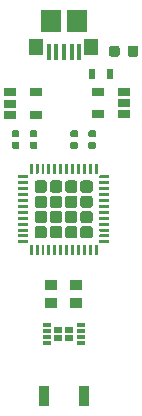
<source format=gbr>
G04 #@! TF.GenerationSoftware,KiCad,Pcbnew,5.0.1-33cea8e~68~ubuntu18.04.1*
G04 #@! TF.CreationDate,2018-11-10T13:26:22+01:00*
G04 #@! TF.ProjectId,Tiny-up5k,54696E792D7570356B2E6B696361645F,rev?*
G04 #@! TF.SameCoordinates,Original*
G04 #@! TF.FileFunction,Paste,Top*
G04 #@! TF.FilePolarity,Positive*
%FSLAX46Y46*%
G04 Gerber Fmt 4.6, Leading zero omitted, Abs format (unit mm)*
G04 Created by KiCad (PCBNEW 5.0.1-33cea8e~68~ubuntu18.04.1) date za 10 nov 2018 13:26:22 CET*
%MOMM*%
%LPD*%
G01*
G04 APERTURE LIST*
%ADD10R,0.500000X0.900000*%
%ADD11C,0.100000*%
%ADD12C,0.590000*%
%ADD13R,1.060000X0.650000*%
%ADD14R,0.900000X1.700000*%
%ADD15R,0.750000X0.300000*%
%ADD16R,0.710000X0.580000*%
%ADD17R,1.000000X0.900000*%
%ADD18R,1.750000X1.900000*%
%ADD19R,0.400000X1.400000*%
%ADD20R,1.150000X1.450000*%
%ADD21C,1.040000*%
%ADD22C,0.250000*%
%ADD23C,0.875000*%
G04 APERTURE END LIST*
D10*
G04 #@! TO.C,L1*
X155043000Y-102425500D03*
X153543000Y-102425500D03*
G04 #@! TD*
D11*
G04 #@! TO.C,D1*
G36*
X147252958Y-108204210D02*
X147267276Y-108206334D01*
X147281317Y-108209851D01*
X147294946Y-108214728D01*
X147308031Y-108220917D01*
X147320447Y-108228358D01*
X147332073Y-108236981D01*
X147342798Y-108246702D01*
X147352519Y-108257427D01*
X147361142Y-108269053D01*
X147368583Y-108281469D01*
X147374772Y-108294554D01*
X147379649Y-108308183D01*
X147383166Y-108322224D01*
X147385290Y-108336542D01*
X147386000Y-108351000D01*
X147386000Y-108646000D01*
X147385290Y-108660458D01*
X147383166Y-108674776D01*
X147379649Y-108688817D01*
X147374772Y-108702446D01*
X147368583Y-108715531D01*
X147361142Y-108727947D01*
X147352519Y-108739573D01*
X147342798Y-108750298D01*
X147332073Y-108760019D01*
X147320447Y-108768642D01*
X147308031Y-108776083D01*
X147294946Y-108782272D01*
X147281317Y-108787149D01*
X147267276Y-108790666D01*
X147252958Y-108792790D01*
X147238500Y-108793500D01*
X146893500Y-108793500D01*
X146879042Y-108792790D01*
X146864724Y-108790666D01*
X146850683Y-108787149D01*
X146837054Y-108782272D01*
X146823969Y-108776083D01*
X146811553Y-108768642D01*
X146799927Y-108760019D01*
X146789202Y-108750298D01*
X146779481Y-108739573D01*
X146770858Y-108727947D01*
X146763417Y-108715531D01*
X146757228Y-108702446D01*
X146752351Y-108688817D01*
X146748834Y-108674776D01*
X146746710Y-108660458D01*
X146746000Y-108646000D01*
X146746000Y-108351000D01*
X146746710Y-108336542D01*
X146748834Y-108322224D01*
X146752351Y-108308183D01*
X146757228Y-108294554D01*
X146763417Y-108281469D01*
X146770858Y-108269053D01*
X146779481Y-108257427D01*
X146789202Y-108246702D01*
X146799927Y-108236981D01*
X146811553Y-108228358D01*
X146823969Y-108220917D01*
X146837054Y-108214728D01*
X146850683Y-108209851D01*
X146864724Y-108206334D01*
X146879042Y-108204210D01*
X146893500Y-108203500D01*
X147238500Y-108203500D01*
X147252958Y-108204210D01*
X147252958Y-108204210D01*
G37*
D12*
X147066000Y-108498500D03*
D11*
G36*
X147252958Y-107234210D02*
X147267276Y-107236334D01*
X147281317Y-107239851D01*
X147294946Y-107244728D01*
X147308031Y-107250917D01*
X147320447Y-107258358D01*
X147332073Y-107266981D01*
X147342798Y-107276702D01*
X147352519Y-107287427D01*
X147361142Y-107299053D01*
X147368583Y-107311469D01*
X147374772Y-107324554D01*
X147379649Y-107338183D01*
X147383166Y-107352224D01*
X147385290Y-107366542D01*
X147386000Y-107381000D01*
X147386000Y-107676000D01*
X147385290Y-107690458D01*
X147383166Y-107704776D01*
X147379649Y-107718817D01*
X147374772Y-107732446D01*
X147368583Y-107745531D01*
X147361142Y-107757947D01*
X147352519Y-107769573D01*
X147342798Y-107780298D01*
X147332073Y-107790019D01*
X147320447Y-107798642D01*
X147308031Y-107806083D01*
X147294946Y-107812272D01*
X147281317Y-107817149D01*
X147267276Y-107820666D01*
X147252958Y-107822790D01*
X147238500Y-107823500D01*
X146893500Y-107823500D01*
X146879042Y-107822790D01*
X146864724Y-107820666D01*
X146850683Y-107817149D01*
X146837054Y-107812272D01*
X146823969Y-107806083D01*
X146811553Y-107798642D01*
X146799927Y-107790019D01*
X146789202Y-107780298D01*
X146779481Y-107769573D01*
X146770858Y-107757947D01*
X146763417Y-107745531D01*
X146757228Y-107732446D01*
X146752351Y-107718817D01*
X146748834Y-107704776D01*
X146746710Y-107690458D01*
X146746000Y-107676000D01*
X146746000Y-107381000D01*
X146746710Y-107366542D01*
X146748834Y-107352224D01*
X146752351Y-107338183D01*
X146757228Y-107324554D01*
X146763417Y-107311469D01*
X146770858Y-107299053D01*
X146779481Y-107287427D01*
X146789202Y-107276702D01*
X146799927Y-107266981D01*
X146811553Y-107258358D01*
X146823969Y-107250917D01*
X146837054Y-107244728D01*
X146850683Y-107239851D01*
X146864724Y-107236334D01*
X146879042Y-107234210D01*
X146893500Y-107233500D01*
X147238500Y-107233500D01*
X147252958Y-107234210D01*
X147252958Y-107234210D01*
G37*
D12*
X147066000Y-107528500D03*
G04 #@! TD*
D11*
G04 #@! TO.C,D2*
G36*
X153729958Y-107234210D02*
X153744276Y-107236334D01*
X153758317Y-107239851D01*
X153771946Y-107244728D01*
X153785031Y-107250917D01*
X153797447Y-107258358D01*
X153809073Y-107266981D01*
X153819798Y-107276702D01*
X153829519Y-107287427D01*
X153838142Y-107299053D01*
X153845583Y-107311469D01*
X153851772Y-107324554D01*
X153856649Y-107338183D01*
X153860166Y-107352224D01*
X153862290Y-107366542D01*
X153863000Y-107381000D01*
X153863000Y-107676000D01*
X153862290Y-107690458D01*
X153860166Y-107704776D01*
X153856649Y-107718817D01*
X153851772Y-107732446D01*
X153845583Y-107745531D01*
X153838142Y-107757947D01*
X153829519Y-107769573D01*
X153819798Y-107780298D01*
X153809073Y-107790019D01*
X153797447Y-107798642D01*
X153785031Y-107806083D01*
X153771946Y-107812272D01*
X153758317Y-107817149D01*
X153744276Y-107820666D01*
X153729958Y-107822790D01*
X153715500Y-107823500D01*
X153370500Y-107823500D01*
X153356042Y-107822790D01*
X153341724Y-107820666D01*
X153327683Y-107817149D01*
X153314054Y-107812272D01*
X153300969Y-107806083D01*
X153288553Y-107798642D01*
X153276927Y-107790019D01*
X153266202Y-107780298D01*
X153256481Y-107769573D01*
X153247858Y-107757947D01*
X153240417Y-107745531D01*
X153234228Y-107732446D01*
X153229351Y-107718817D01*
X153225834Y-107704776D01*
X153223710Y-107690458D01*
X153223000Y-107676000D01*
X153223000Y-107381000D01*
X153223710Y-107366542D01*
X153225834Y-107352224D01*
X153229351Y-107338183D01*
X153234228Y-107324554D01*
X153240417Y-107311469D01*
X153247858Y-107299053D01*
X153256481Y-107287427D01*
X153266202Y-107276702D01*
X153276927Y-107266981D01*
X153288553Y-107258358D01*
X153300969Y-107250917D01*
X153314054Y-107244728D01*
X153327683Y-107239851D01*
X153341724Y-107236334D01*
X153356042Y-107234210D01*
X153370500Y-107233500D01*
X153715500Y-107233500D01*
X153729958Y-107234210D01*
X153729958Y-107234210D01*
G37*
D12*
X153543000Y-107528500D03*
D11*
G36*
X153729958Y-108204210D02*
X153744276Y-108206334D01*
X153758317Y-108209851D01*
X153771946Y-108214728D01*
X153785031Y-108220917D01*
X153797447Y-108228358D01*
X153809073Y-108236981D01*
X153819798Y-108246702D01*
X153829519Y-108257427D01*
X153838142Y-108269053D01*
X153845583Y-108281469D01*
X153851772Y-108294554D01*
X153856649Y-108308183D01*
X153860166Y-108322224D01*
X153862290Y-108336542D01*
X153863000Y-108351000D01*
X153863000Y-108646000D01*
X153862290Y-108660458D01*
X153860166Y-108674776D01*
X153856649Y-108688817D01*
X153851772Y-108702446D01*
X153845583Y-108715531D01*
X153838142Y-108727947D01*
X153829519Y-108739573D01*
X153819798Y-108750298D01*
X153809073Y-108760019D01*
X153797447Y-108768642D01*
X153785031Y-108776083D01*
X153771946Y-108782272D01*
X153758317Y-108787149D01*
X153744276Y-108790666D01*
X153729958Y-108792790D01*
X153715500Y-108793500D01*
X153370500Y-108793500D01*
X153356042Y-108792790D01*
X153341724Y-108790666D01*
X153327683Y-108787149D01*
X153314054Y-108782272D01*
X153300969Y-108776083D01*
X153288553Y-108768642D01*
X153276927Y-108760019D01*
X153266202Y-108750298D01*
X153256481Y-108739573D01*
X153247858Y-108727947D01*
X153240417Y-108715531D01*
X153234228Y-108702446D01*
X153229351Y-108688817D01*
X153225834Y-108674776D01*
X153223710Y-108660458D01*
X153223000Y-108646000D01*
X153223000Y-108351000D01*
X153223710Y-108336542D01*
X153225834Y-108322224D01*
X153229351Y-108308183D01*
X153234228Y-108294554D01*
X153240417Y-108281469D01*
X153247858Y-108269053D01*
X153256481Y-108257427D01*
X153266202Y-108246702D01*
X153276927Y-108236981D01*
X153288553Y-108228358D01*
X153300969Y-108220917D01*
X153314054Y-108214728D01*
X153327683Y-108209851D01*
X153341724Y-108206334D01*
X153356042Y-108204210D01*
X153370500Y-108203500D01*
X153715500Y-108203500D01*
X153729958Y-108204210D01*
X153729958Y-108204210D01*
G37*
D12*
X153543000Y-108498500D03*
G04 #@! TD*
D13*
G04 #@! TO.C,U2*
X154010000Y-105852000D03*
X154010000Y-103952000D03*
X156210000Y-103952000D03*
X156210000Y-104902000D03*
X156210000Y-105852000D03*
G04 #@! TD*
G04 #@! TO.C,U4*
X146558000Y-104013000D03*
X146558000Y-104963000D03*
X146558000Y-105913000D03*
X148758000Y-105913000D03*
X148758000Y-104013000D03*
G04 #@! TD*
D14*
G04 #@! TO.C,SW1*
X149430000Y-129723100D03*
X152830000Y-129723100D03*
G04 #@! TD*
D15*
G04 #@! TO.C,U5*
X152580000Y-125210000D03*
X152580000Y-124710000D03*
X152580000Y-124210000D03*
X152580000Y-123710000D03*
X149680000Y-123710000D03*
X149680000Y-124210000D03*
X149680000Y-124710000D03*
X149680000Y-125210000D03*
D16*
X151567500Y-124097500D03*
X150692500Y-124097500D03*
X150692500Y-124822500D03*
X151567500Y-124822500D03*
G04 #@! TD*
D17*
G04 #@! TO.C,U3*
X150055000Y-121849000D03*
X152205000Y-121849000D03*
X152205000Y-120299000D03*
X150055000Y-120299000D03*
G04 #@! TD*
D18*
G04 #@! TO.C,U6*
X150024000Y-97934000D03*
D19*
X151799000Y-100584000D03*
X152449000Y-100584000D03*
X149849000Y-100584000D03*
X150499000Y-100584000D03*
X151149000Y-100584000D03*
D18*
X152274000Y-97934000D03*
D20*
X148829000Y-100164000D03*
X153469000Y-100164000D03*
G04 #@! TD*
D11*
G04 #@! TO.C,U1*
G36*
X153359504Y-111465204D02*
X153383773Y-111468804D01*
X153407571Y-111474765D01*
X153430671Y-111483030D01*
X153452849Y-111493520D01*
X153473893Y-111506133D01*
X153493598Y-111520747D01*
X153511777Y-111537223D01*
X153528253Y-111555402D01*
X153542867Y-111575107D01*
X153555480Y-111596151D01*
X153565970Y-111618329D01*
X153574235Y-111641429D01*
X153580196Y-111665227D01*
X153583796Y-111689496D01*
X153585000Y-111714000D01*
X153585000Y-112254000D01*
X153583796Y-112278504D01*
X153580196Y-112302773D01*
X153574235Y-112326571D01*
X153565970Y-112349671D01*
X153555480Y-112371849D01*
X153542867Y-112392893D01*
X153528253Y-112412598D01*
X153511777Y-112430777D01*
X153493598Y-112447253D01*
X153473893Y-112461867D01*
X153452849Y-112474480D01*
X153430671Y-112484970D01*
X153407571Y-112493235D01*
X153383773Y-112499196D01*
X153359504Y-112502796D01*
X153335000Y-112504000D01*
X152795000Y-112504000D01*
X152770496Y-112502796D01*
X152746227Y-112499196D01*
X152722429Y-112493235D01*
X152699329Y-112484970D01*
X152677151Y-112474480D01*
X152656107Y-112461867D01*
X152636402Y-112447253D01*
X152618223Y-112430777D01*
X152601747Y-112412598D01*
X152587133Y-112392893D01*
X152574520Y-112371849D01*
X152564030Y-112349671D01*
X152555765Y-112326571D01*
X152549804Y-112302773D01*
X152546204Y-112278504D01*
X152545000Y-112254000D01*
X152545000Y-111714000D01*
X152546204Y-111689496D01*
X152549804Y-111665227D01*
X152555765Y-111641429D01*
X152564030Y-111618329D01*
X152574520Y-111596151D01*
X152587133Y-111575107D01*
X152601747Y-111555402D01*
X152618223Y-111537223D01*
X152636402Y-111520747D01*
X152656107Y-111506133D01*
X152677151Y-111493520D01*
X152699329Y-111483030D01*
X152722429Y-111474765D01*
X152746227Y-111468804D01*
X152770496Y-111465204D01*
X152795000Y-111464000D01*
X153335000Y-111464000D01*
X153359504Y-111465204D01*
X153359504Y-111465204D01*
G37*
D21*
X153065000Y-111984000D03*
D11*
G36*
X152069504Y-111465204D02*
X152093773Y-111468804D01*
X152117571Y-111474765D01*
X152140671Y-111483030D01*
X152162849Y-111493520D01*
X152183893Y-111506133D01*
X152203598Y-111520747D01*
X152221777Y-111537223D01*
X152238253Y-111555402D01*
X152252867Y-111575107D01*
X152265480Y-111596151D01*
X152275970Y-111618329D01*
X152284235Y-111641429D01*
X152290196Y-111665227D01*
X152293796Y-111689496D01*
X152295000Y-111714000D01*
X152295000Y-112254000D01*
X152293796Y-112278504D01*
X152290196Y-112302773D01*
X152284235Y-112326571D01*
X152275970Y-112349671D01*
X152265480Y-112371849D01*
X152252867Y-112392893D01*
X152238253Y-112412598D01*
X152221777Y-112430777D01*
X152203598Y-112447253D01*
X152183893Y-112461867D01*
X152162849Y-112474480D01*
X152140671Y-112484970D01*
X152117571Y-112493235D01*
X152093773Y-112499196D01*
X152069504Y-112502796D01*
X152045000Y-112504000D01*
X151505000Y-112504000D01*
X151480496Y-112502796D01*
X151456227Y-112499196D01*
X151432429Y-112493235D01*
X151409329Y-112484970D01*
X151387151Y-112474480D01*
X151366107Y-112461867D01*
X151346402Y-112447253D01*
X151328223Y-112430777D01*
X151311747Y-112412598D01*
X151297133Y-112392893D01*
X151284520Y-112371849D01*
X151274030Y-112349671D01*
X151265765Y-112326571D01*
X151259804Y-112302773D01*
X151256204Y-112278504D01*
X151255000Y-112254000D01*
X151255000Y-111714000D01*
X151256204Y-111689496D01*
X151259804Y-111665227D01*
X151265765Y-111641429D01*
X151274030Y-111618329D01*
X151284520Y-111596151D01*
X151297133Y-111575107D01*
X151311747Y-111555402D01*
X151328223Y-111537223D01*
X151346402Y-111520747D01*
X151366107Y-111506133D01*
X151387151Y-111493520D01*
X151409329Y-111483030D01*
X151432429Y-111474765D01*
X151456227Y-111468804D01*
X151480496Y-111465204D01*
X151505000Y-111464000D01*
X152045000Y-111464000D01*
X152069504Y-111465204D01*
X152069504Y-111465204D01*
G37*
D21*
X151775000Y-111984000D03*
D11*
G36*
X150779504Y-111465204D02*
X150803773Y-111468804D01*
X150827571Y-111474765D01*
X150850671Y-111483030D01*
X150872849Y-111493520D01*
X150893893Y-111506133D01*
X150913598Y-111520747D01*
X150931777Y-111537223D01*
X150948253Y-111555402D01*
X150962867Y-111575107D01*
X150975480Y-111596151D01*
X150985970Y-111618329D01*
X150994235Y-111641429D01*
X151000196Y-111665227D01*
X151003796Y-111689496D01*
X151005000Y-111714000D01*
X151005000Y-112254000D01*
X151003796Y-112278504D01*
X151000196Y-112302773D01*
X150994235Y-112326571D01*
X150985970Y-112349671D01*
X150975480Y-112371849D01*
X150962867Y-112392893D01*
X150948253Y-112412598D01*
X150931777Y-112430777D01*
X150913598Y-112447253D01*
X150893893Y-112461867D01*
X150872849Y-112474480D01*
X150850671Y-112484970D01*
X150827571Y-112493235D01*
X150803773Y-112499196D01*
X150779504Y-112502796D01*
X150755000Y-112504000D01*
X150215000Y-112504000D01*
X150190496Y-112502796D01*
X150166227Y-112499196D01*
X150142429Y-112493235D01*
X150119329Y-112484970D01*
X150097151Y-112474480D01*
X150076107Y-112461867D01*
X150056402Y-112447253D01*
X150038223Y-112430777D01*
X150021747Y-112412598D01*
X150007133Y-112392893D01*
X149994520Y-112371849D01*
X149984030Y-112349671D01*
X149975765Y-112326571D01*
X149969804Y-112302773D01*
X149966204Y-112278504D01*
X149965000Y-112254000D01*
X149965000Y-111714000D01*
X149966204Y-111689496D01*
X149969804Y-111665227D01*
X149975765Y-111641429D01*
X149984030Y-111618329D01*
X149994520Y-111596151D01*
X150007133Y-111575107D01*
X150021747Y-111555402D01*
X150038223Y-111537223D01*
X150056402Y-111520747D01*
X150076107Y-111506133D01*
X150097151Y-111493520D01*
X150119329Y-111483030D01*
X150142429Y-111474765D01*
X150166227Y-111468804D01*
X150190496Y-111465204D01*
X150215000Y-111464000D01*
X150755000Y-111464000D01*
X150779504Y-111465204D01*
X150779504Y-111465204D01*
G37*
D21*
X150485000Y-111984000D03*
D11*
G36*
X149489504Y-111465204D02*
X149513773Y-111468804D01*
X149537571Y-111474765D01*
X149560671Y-111483030D01*
X149582849Y-111493520D01*
X149603893Y-111506133D01*
X149623598Y-111520747D01*
X149641777Y-111537223D01*
X149658253Y-111555402D01*
X149672867Y-111575107D01*
X149685480Y-111596151D01*
X149695970Y-111618329D01*
X149704235Y-111641429D01*
X149710196Y-111665227D01*
X149713796Y-111689496D01*
X149715000Y-111714000D01*
X149715000Y-112254000D01*
X149713796Y-112278504D01*
X149710196Y-112302773D01*
X149704235Y-112326571D01*
X149695970Y-112349671D01*
X149685480Y-112371849D01*
X149672867Y-112392893D01*
X149658253Y-112412598D01*
X149641777Y-112430777D01*
X149623598Y-112447253D01*
X149603893Y-112461867D01*
X149582849Y-112474480D01*
X149560671Y-112484970D01*
X149537571Y-112493235D01*
X149513773Y-112499196D01*
X149489504Y-112502796D01*
X149465000Y-112504000D01*
X148925000Y-112504000D01*
X148900496Y-112502796D01*
X148876227Y-112499196D01*
X148852429Y-112493235D01*
X148829329Y-112484970D01*
X148807151Y-112474480D01*
X148786107Y-112461867D01*
X148766402Y-112447253D01*
X148748223Y-112430777D01*
X148731747Y-112412598D01*
X148717133Y-112392893D01*
X148704520Y-112371849D01*
X148694030Y-112349671D01*
X148685765Y-112326571D01*
X148679804Y-112302773D01*
X148676204Y-112278504D01*
X148675000Y-112254000D01*
X148675000Y-111714000D01*
X148676204Y-111689496D01*
X148679804Y-111665227D01*
X148685765Y-111641429D01*
X148694030Y-111618329D01*
X148704520Y-111596151D01*
X148717133Y-111575107D01*
X148731747Y-111555402D01*
X148748223Y-111537223D01*
X148766402Y-111520747D01*
X148786107Y-111506133D01*
X148807151Y-111493520D01*
X148829329Y-111483030D01*
X148852429Y-111474765D01*
X148876227Y-111468804D01*
X148900496Y-111465204D01*
X148925000Y-111464000D01*
X149465000Y-111464000D01*
X149489504Y-111465204D01*
X149489504Y-111465204D01*
G37*
D21*
X149195000Y-111984000D03*
D11*
G36*
X153359504Y-112755204D02*
X153383773Y-112758804D01*
X153407571Y-112764765D01*
X153430671Y-112773030D01*
X153452849Y-112783520D01*
X153473893Y-112796133D01*
X153493598Y-112810747D01*
X153511777Y-112827223D01*
X153528253Y-112845402D01*
X153542867Y-112865107D01*
X153555480Y-112886151D01*
X153565970Y-112908329D01*
X153574235Y-112931429D01*
X153580196Y-112955227D01*
X153583796Y-112979496D01*
X153585000Y-113004000D01*
X153585000Y-113544000D01*
X153583796Y-113568504D01*
X153580196Y-113592773D01*
X153574235Y-113616571D01*
X153565970Y-113639671D01*
X153555480Y-113661849D01*
X153542867Y-113682893D01*
X153528253Y-113702598D01*
X153511777Y-113720777D01*
X153493598Y-113737253D01*
X153473893Y-113751867D01*
X153452849Y-113764480D01*
X153430671Y-113774970D01*
X153407571Y-113783235D01*
X153383773Y-113789196D01*
X153359504Y-113792796D01*
X153335000Y-113794000D01*
X152795000Y-113794000D01*
X152770496Y-113792796D01*
X152746227Y-113789196D01*
X152722429Y-113783235D01*
X152699329Y-113774970D01*
X152677151Y-113764480D01*
X152656107Y-113751867D01*
X152636402Y-113737253D01*
X152618223Y-113720777D01*
X152601747Y-113702598D01*
X152587133Y-113682893D01*
X152574520Y-113661849D01*
X152564030Y-113639671D01*
X152555765Y-113616571D01*
X152549804Y-113592773D01*
X152546204Y-113568504D01*
X152545000Y-113544000D01*
X152545000Y-113004000D01*
X152546204Y-112979496D01*
X152549804Y-112955227D01*
X152555765Y-112931429D01*
X152564030Y-112908329D01*
X152574520Y-112886151D01*
X152587133Y-112865107D01*
X152601747Y-112845402D01*
X152618223Y-112827223D01*
X152636402Y-112810747D01*
X152656107Y-112796133D01*
X152677151Y-112783520D01*
X152699329Y-112773030D01*
X152722429Y-112764765D01*
X152746227Y-112758804D01*
X152770496Y-112755204D01*
X152795000Y-112754000D01*
X153335000Y-112754000D01*
X153359504Y-112755204D01*
X153359504Y-112755204D01*
G37*
D21*
X153065000Y-113274000D03*
D11*
G36*
X152069504Y-112755204D02*
X152093773Y-112758804D01*
X152117571Y-112764765D01*
X152140671Y-112773030D01*
X152162849Y-112783520D01*
X152183893Y-112796133D01*
X152203598Y-112810747D01*
X152221777Y-112827223D01*
X152238253Y-112845402D01*
X152252867Y-112865107D01*
X152265480Y-112886151D01*
X152275970Y-112908329D01*
X152284235Y-112931429D01*
X152290196Y-112955227D01*
X152293796Y-112979496D01*
X152295000Y-113004000D01*
X152295000Y-113544000D01*
X152293796Y-113568504D01*
X152290196Y-113592773D01*
X152284235Y-113616571D01*
X152275970Y-113639671D01*
X152265480Y-113661849D01*
X152252867Y-113682893D01*
X152238253Y-113702598D01*
X152221777Y-113720777D01*
X152203598Y-113737253D01*
X152183893Y-113751867D01*
X152162849Y-113764480D01*
X152140671Y-113774970D01*
X152117571Y-113783235D01*
X152093773Y-113789196D01*
X152069504Y-113792796D01*
X152045000Y-113794000D01*
X151505000Y-113794000D01*
X151480496Y-113792796D01*
X151456227Y-113789196D01*
X151432429Y-113783235D01*
X151409329Y-113774970D01*
X151387151Y-113764480D01*
X151366107Y-113751867D01*
X151346402Y-113737253D01*
X151328223Y-113720777D01*
X151311747Y-113702598D01*
X151297133Y-113682893D01*
X151284520Y-113661849D01*
X151274030Y-113639671D01*
X151265765Y-113616571D01*
X151259804Y-113592773D01*
X151256204Y-113568504D01*
X151255000Y-113544000D01*
X151255000Y-113004000D01*
X151256204Y-112979496D01*
X151259804Y-112955227D01*
X151265765Y-112931429D01*
X151274030Y-112908329D01*
X151284520Y-112886151D01*
X151297133Y-112865107D01*
X151311747Y-112845402D01*
X151328223Y-112827223D01*
X151346402Y-112810747D01*
X151366107Y-112796133D01*
X151387151Y-112783520D01*
X151409329Y-112773030D01*
X151432429Y-112764765D01*
X151456227Y-112758804D01*
X151480496Y-112755204D01*
X151505000Y-112754000D01*
X152045000Y-112754000D01*
X152069504Y-112755204D01*
X152069504Y-112755204D01*
G37*
D21*
X151775000Y-113274000D03*
D11*
G36*
X150779504Y-112755204D02*
X150803773Y-112758804D01*
X150827571Y-112764765D01*
X150850671Y-112773030D01*
X150872849Y-112783520D01*
X150893893Y-112796133D01*
X150913598Y-112810747D01*
X150931777Y-112827223D01*
X150948253Y-112845402D01*
X150962867Y-112865107D01*
X150975480Y-112886151D01*
X150985970Y-112908329D01*
X150994235Y-112931429D01*
X151000196Y-112955227D01*
X151003796Y-112979496D01*
X151005000Y-113004000D01*
X151005000Y-113544000D01*
X151003796Y-113568504D01*
X151000196Y-113592773D01*
X150994235Y-113616571D01*
X150985970Y-113639671D01*
X150975480Y-113661849D01*
X150962867Y-113682893D01*
X150948253Y-113702598D01*
X150931777Y-113720777D01*
X150913598Y-113737253D01*
X150893893Y-113751867D01*
X150872849Y-113764480D01*
X150850671Y-113774970D01*
X150827571Y-113783235D01*
X150803773Y-113789196D01*
X150779504Y-113792796D01*
X150755000Y-113794000D01*
X150215000Y-113794000D01*
X150190496Y-113792796D01*
X150166227Y-113789196D01*
X150142429Y-113783235D01*
X150119329Y-113774970D01*
X150097151Y-113764480D01*
X150076107Y-113751867D01*
X150056402Y-113737253D01*
X150038223Y-113720777D01*
X150021747Y-113702598D01*
X150007133Y-113682893D01*
X149994520Y-113661849D01*
X149984030Y-113639671D01*
X149975765Y-113616571D01*
X149969804Y-113592773D01*
X149966204Y-113568504D01*
X149965000Y-113544000D01*
X149965000Y-113004000D01*
X149966204Y-112979496D01*
X149969804Y-112955227D01*
X149975765Y-112931429D01*
X149984030Y-112908329D01*
X149994520Y-112886151D01*
X150007133Y-112865107D01*
X150021747Y-112845402D01*
X150038223Y-112827223D01*
X150056402Y-112810747D01*
X150076107Y-112796133D01*
X150097151Y-112783520D01*
X150119329Y-112773030D01*
X150142429Y-112764765D01*
X150166227Y-112758804D01*
X150190496Y-112755204D01*
X150215000Y-112754000D01*
X150755000Y-112754000D01*
X150779504Y-112755204D01*
X150779504Y-112755204D01*
G37*
D21*
X150485000Y-113274000D03*
D11*
G36*
X149489504Y-112755204D02*
X149513773Y-112758804D01*
X149537571Y-112764765D01*
X149560671Y-112773030D01*
X149582849Y-112783520D01*
X149603893Y-112796133D01*
X149623598Y-112810747D01*
X149641777Y-112827223D01*
X149658253Y-112845402D01*
X149672867Y-112865107D01*
X149685480Y-112886151D01*
X149695970Y-112908329D01*
X149704235Y-112931429D01*
X149710196Y-112955227D01*
X149713796Y-112979496D01*
X149715000Y-113004000D01*
X149715000Y-113544000D01*
X149713796Y-113568504D01*
X149710196Y-113592773D01*
X149704235Y-113616571D01*
X149695970Y-113639671D01*
X149685480Y-113661849D01*
X149672867Y-113682893D01*
X149658253Y-113702598D01*
X149641777Y-113720777D01*
X149623598Y-113737253D01*
X149603893Y-113751867D01*
X149582849Y-113764480D01*
X149560671Y-113774970D01*
X149537571Y-113783235D01*
X149513773Y-113789196D01*
X149489504Y-113792796D01*
X149465000Y-113794000D01*
X148925000Y-113794000D01*
X148900496Y-113792796D01*
X148876227Y-113789196D01*
X148852429Y-113783235D01*
X148829329Y-113774970D01*
X148807151Y-113764480D01*
X148786107Y-113751867D01*
X148766402Y-113737253D01*
X148748223Y-113720777D01*
X148731747Y-113702598D01*
X148717133Y-113682893D01*
X148704520Y-113661849D01*
X148694030Y-113639671D01*
X148685765Y-113616571D01*
X148679804Y-113592773D01*
X148676204Y-113568504D01*
X148675000Y-113544000D01*
X148675000Y-113004000D01*
X148676204Y-112979496D01*
X148679804Y-112955227D01*
X148685765Y-112931429D01*
X148694030Y-112908329D01*
X148704520Y-112886151D01*
X148717133Y-112865107D01*
X148731747Y-112845402D01*
X148748223Y-112827223D01*
X148766402Y-112810747D01*
X148786107Y-112796133D01*
X148807151Y-112783520D01*
X148829329Y-112773030D01*
X148852429Y-112764765D01*
X148876227Y-112758804D01*
X148900496Y-112755204D01*
X148925000Y-112754000D01*
X149465000Y-112754000D01*
X149489504Y-112755204D01*
X149489504Y-112755204D01*
G37*
D21*
X149195000Y-113274000D03*
D11*
G36*
X153359504Y-114045204D02*
X153383773Y-114048804D01*
X153407571Y-114054765D01*
X153430671Y-114063030D01*
X153452849Y-114073520D01*
X153473893Y-114086133D01*
X153493598Y-114100747D01*
X153511777Y-114117223D01*
X153528253Y-114135402D01*
X153542867Y-114155107D01*
X153555480Y-114176151D01*
X153565970Y-114198329D01*
X153574235Y-114221429D01*
X153580196Y-114245227D01*
X153583796Y-114269496D01*
X153585000Y-114294000D01*
X153585000Y-114834000D01*
X153583796Y-114858504D01*
X153580196Y-114882773D01*
X153574235Y-114906571D01*
X153565970Y-114929671D01*
X153555480Y-114951849D01*
X153542867Y-114972893D01*
X153528253Y-114992598D01*
X153511777Y-115010777D01*
X153493598Y-115027253D01*
X153473893Y-115041867D01*
X153452849Y-115054480D01*
X153430671Y-115064970D01*
X153407571Y-115073235D01*
X153383773Y-115079196D01*
X153359504Y-115082796D01*
X153335000Y-115084000D01*
X152795000Y-115084000D01*
X152770496Y-115082796D01*
X152746227Y-115079196D01*
X152722429Y-115073235D01*
X152699329Y-115064970D01*
X152677151Y-115054480D01*
X152656107Y-115041867D01*
X152636402Y-115027253D01*
X152618223Y-115010777D01*
X152601747Y-114992598D01*
X152587133Y-114972893D01*
X152574520Y-114951849D01*
X152564030Y-114929671D01*
X152555765Y-114906571D01*
X152549804Y-114882773D01*
X152546204Y-114858504D01*
X152545000Y-114834000D01*
X152545000Y-114294000D01*
X152546204Y-114269496D01*
X152549804Y-114245227D01*
X152555765Y-114221429D01*
X152564030Y-114198329D01*
X152574520Y-114176151D01*
X152587133Y-114155107D01*
X152601747Y-114135402D01*
X152618223Y-114117223D01*
X152636402Y-114100747D01*
X152656107Y-114086133D01*
X152677151Y-114073520D01*
X152699329Y-114063030D01*
X152722429Y-114054765D01*
X152746227Y-114048804D01*
X152770496Y-114045204D01*
X152795000Y-114044000D01*
X153335000Y-114044000D01*
X153359504Y-114045204D01*
X153359504Y-114045204D01*
G37*
D21*
X153065000Y-114564000D03*
D11*
G36*
X152069504Y-114045204D02*
X152093773Y-114048804D01*
X152117571Y-114054765D01*
X152140671Y-114063030D01*
X152162849Y-114073520D01*
X152183893Y-114086133D01*
X152203598Y-114100747D01*
X152221777Y-114117223D01*
X152238253Y-114135402D01*
X152252867Y-114155107D01*
X152265480Y-114176151D01*
X152275970Y-114198329D01*
X152284235Y-114221429D01*
X152290196Y-114245227D01*
X152293796Y-114269496D01*
X152295000Y-114294000D01*
X152295000Y-114834000D01*
X152293796Y-114858504D01*
X152290196Y-114882773D01*
X152284235Y-114906571D01*
X152275970Y-114929671D01*
X152265480Y-114951849D01*
X152252867Y-114972893D01*
X152238253Y-114992598D01*
X152221777Y-115010777D01*
X152203598Y-115027253D01*
X152183893Y-115041867D01*
X152162849Y-115054480D01*
X152140671Y-115064970D01*
X152117571Y-115073235D01*
X152093773Y-115079196D01*
X152069504Y-115082796D01*
X152045000Y-115084000D01*
X151505000Y-115084000D01*
X151480496Y-115082796D01*
X151456227Y-115079196D01*
X151432429Y-115073235D01*
X151409329Y-115064970D01*
X151387151Y-115054480D01*
X151366107Y-115041867D01*
X151346402Y-115027253D01*
X151328223Y-115010777D01*
X151311747Y-114992598D01*
X151297133Y-114972893D01*
X151284520Y-114951849D01*
X151274030Y-114929671D01*
X151265765Y-114906571D01*
X151259804Y-114882773D01*
X151256204Y-114858504D01*
X151255000Y-114834000D01*
X151255000Y-114294000D01*
X151256204Y-114269496D01*
X151259804Y-114245227D01*
X151265765Y-114221429D01*
X151274030Y-114198329D01*
X151284520Y-114176151D01*
X151297133Y-114155107D01*
X151311747Y-114135402D01*
X151328223Y-114117223D01*
X151346402Y-114100747D01*
X151366107Y-114086133D01*
X151387151Y-114073520D01*
X151409329Y-114063030D01*
X151432429Y-114054765D01*
X151456227Y-114048804D01*
X151480496Y-114045204D01*
X151505000Y-114044000D01*
X152045000Y-114044000D01*
X152069504Y-114045204D01*
X152069504Y-114045204D01*
G37*
D21*
X151775000Y-114564000D03*
D11*
G36*
X150779504Y-114045204D02*
X150803773Y-114048804D01*
X150827571Y-114054765D01*
X150850671Y-114063030D01*
X150872849Y-114073520D01*
X150893893Y-114086133D01*
X150913598Y-114100747D01*
X150931777Y-114117223D01*
X150948253Y-114135402D01*
X150962867Y-114155107D01*
X150975480Y-114176151D01*
X150985970Y-114198329D01*
X150994235Y-114221429D01*
X151000196Y-114245227D01*
X151003796Y-114269496D01*
X151005000Y-114294000D01*
X151005000Y-114834000D01*
X151003796Y-114858504D01*
X151000196Y-114882773D01*
X150994235Y-114906571D01*
X150985970Y-114929671D01*
X150975480Y-114951849D01*
X150962867Y-114972893D01*
X150948253Y-114992598D01*
X150931777Y-115010777D01*
X150913598Y-115027253D01*
X150893893Y-115041867D01*
X150872849Y-115054480D01*
X150850671Y-115064970D01*
X150827571Y-115073235D01*
X150803773Y-115079196D01*
X150779504Y-115082796D01*
X150755000Y-115084000D01*
X150215000Y-115084000D01*
X150190496Y-115082796D01*
X150166227Y-115079196D01*
X150142429Y-115073235D01*
X150119329Y-115064970D01*
X150097151Y-115054480D01*
X150076107Y-115041867D01*
X150056402Y-115027253D01*
X150038223Y-115010777D01*
X150021747Y-114992598D01*
X150007133Y-114972893D01*
X149994520Y-114951849D01*
X149984030Y-114929671D01*
X149975765Y-114906571D01*
X149969804Y-114882773D01*
X149966204Y-114858504D01*
X149965000Y-114834000D01*
X149965000Y-114294000D01*
X149966204Y-114269496D01*
X149969804Y-114245227D01*
X149975765Y-114221429D01*
X149984030Y-114198329D01*
X149994520Y-114176151D01*
X150007133Y-114155107D01*
X150021747Y-114135402D01*
X150038223Y-114117223D01*
X150056402Y-114100747D01*
X150076107Y-114086133D01*
X150097151Y-114073520D01*
X150119329Y-114063030D01*
X150142429Y-114054765D01*
X150166227Y-114048804D01*
X150190496Y-114045204D01*
X150215000Y-114044000D01*
X150755000Y-114044000D01*
X150779504Y-114045204D01*
X150779504Y-114045204D01*
G37*
D21*
X150485000Y-114564000D03*
D11*
G36*
X149489504Y-114045204D02*
X149513773Y-114048804D01*
X149537571Y-114054765D01*
X149560671Y-114063030D01*
X149582849Y-114073520D01*
X149603893Y-114086133D01*
X149623598Y-114100747D01*
X149641777Y-114117223D01*
X149658253Y-114135402D01*
X149672867Y-114155107D01*
X149685480Y-114176151D01*
X149695970Y-114198329D01*
X149704235Y-114221429D01*
X149710196Y-114245227D01*
X149713796Y-114269496D01*
X149715000Y-114294000D01*
X149715000Y-114834000D01*
X149713796Y-114858504D01*
X149710196Y-114882773D01*
X149704235Y-114906571D01*
X149695970Y-114929671D01*
X149685480Y-114951849D01*
X149672867Y-114972893D01*
X149658253Y-114992598D01*
X149641777Y-115010777D01*
X149623598Y-115027253D01*
X149603893Y-115041867D01*
X149582849Y-115054480D01*
X149560671Y-115064970D01*
X149537571Y-115073235D01*
X149513773Y-115079196D01*
X149489504Y-115082796D01*
X149465000Y-115084000D01*
X148925000Y-115084000D01*
X148900496Y-115082796D01*
X148876227Y-115079196D01*
X148852429Y-115073235D01*
X148829329Y-115064970D01*
X148807151Y-115054480D01*
X148786107Y-115041867D01*
X148766402Y-115027253D01*
X148748223Y-115010777D01*
X148731747Y-114992598D01*
X148717133Y-114972893D01*
X148704520Y-114951849D01*
X148694030Y-114929671D01*
X148685765Y-114906571D01*
X148679804Y-114882773D01*
X148676204Y-114858504D01*
X148675000Y-114834000D01*
X148675000Y-114294000D01*
X148676204Y-114269496D01*
X148679804Y-114245227D01*
X148685765Y-114221429D01*
X148694030Y-114198329D01*
X148704520Y-114176151D01*
X148717133Y-114155107D01*
X148731747Y-114135402D01*
X148748223Y-114117223D01*
X148766402Y-114100747D01*
X148786107Y-114086133D01*
X148807151Y-114073520D01*
X148829329Y-114063030D01*
X148852429Y-114054765D01*
X148876227Y-114048804D01*
X148900496Y-114045204D01*
X148925000Y-114044000D01*
X149465000Y-114044000D01*
X149489504Y-114045204D01*
X149489504Y-114045204D01*
G37*
D21*
X149195000Y-114564000D03*
D11*
G36*
X153359504Y-115335204D02*
X153383773Y-115338804D01*
X153407571Y-115344765D01*
X153430671Y-115353030D01*
X153452849Y-115363520D01*
X153473893Y-115376133D01*
X153493598Y-115390747D01*
X153511777Y-115407223D01*
X153528253Y-115425402D01*
X153542867Y-115445107D01*
X153555480Y-115466151D01*
X153565970Y-115488329D01*
X153574235Y-115511429D01*
X153580196Y-115535227D01*
X153583796Y-115559496D01*
X153585000Y-115584000D01*
X153585000Y-116124000D01*
X153583796Y-116148504D01*
X153580196Y-116172773D01*
X153574235Y-116196571D01*
X153565970Y-116219671D01*
X153555480Y-116241849D01*
X153542867Y-116262893D01*
X153528253Y-116282598D01*
X153511777Y-116300777D01*
X153493598Y-116317253D01*
X153473893Y-116331867D01*
X153452849Y-116344480D01*
X153430671Y-116354970D01*
X153407571Y-116363235D01*
X153383773Y-116369196D01*
X153359504Y-116372796D01*
X153335000Y-116374000D01*
X152795000Y-116374000D01*
X152770496Y-116372796D01*
X152746227Y-116369196D01*
X152722429Y-116363235D01*
X152699329Y-116354970D01*
X152677151Y-116344480D01*
X152656107Y-116331867D01*
X152636402Y-116317253D01*
X152618223Y-116300777D01*
X152601747Y-116282598D01*
X152587133Y-116262893D01*
X152574520Y-116241849D01*
X152564030Y-116219671D01*
X152555765Y-116196571D01*
X152549804Y-116172773D01*
X152546204Y-116148504D01*
X152545000Y-116124000D01*
X152545000Y-115584000D01*
X152546204Y-115559496D01*
X152549804Y-115535227D01*
X152555765Y-115511429D01*
X152564030Y-115488329D01*
X152574520Y-115466151D01*
X152587133Y-115445107D01*
X152601747Y-115425402D01*
X152618223Y-115407223D01*
X152636402Y-115390747D01*
X152656107Y-115376133D01*
X152677151Y-115363520D01*
X152699329Y-115353030D01*
X152722429Y-115344765D01*
X152746227Y-115338804D01*
X152770496Y-115335204D01*
X152795000Y-115334000D01*
X153335000Y-115334000D01*
X153359504Y-115335204D01*
X153359504Y-115335204D01*
G37*
D21*
X153065000Y-115854000D03*
D11*
G36*
X152069504Y-115335204D02*
X152093773Y-115338804D01*
X152117571Y-115344765D01*
X152140671Y-115353030D01*
X152162849Y-115363520D01*
X152183893Y-115376133D01*
X152203598Y-115390747D01*
X152221777Y-115407223D01*
X152238253Y-115425402D01*
X152252867Y-115445107D01*
X152265480Y-115466151D01*
X152275970Y-115488329D01*
X152284235Y-115511429D01*
X152290196Y-115535227D01*
X152293796Y-115559496D01*
X152295000Y-115584000D01*
X152295000Y-116124000D01*
X152293796Y-116148504D01*
X152290196Y-116172773D01*
X152284235Y-116196571D01*
X152275970Y-116219671D01*
X152265480Y-116241849D01*
X152252867Y-116262893D01*
X152238253Y-116282598D01*
X152221777Y-116300777D01*
X152203598Y-116317253D01*
X152183893Y-116331867D01*
X152162849Y-116344480D01*
X152140671Y-116354970D01*
X152117571Y-116363235D01*
X152093773Y-116369196D01*
X152069504Y-116372796D01*
X152045000Y-116374000D01*
X151505000Y-116374000D01*
X151480496Y-116372796D01*
X151456227Y-116369196D01*
X151432429Y-116363235D01*
X151409329Y-116354970D01*
X151387151Y-116344480D01*
X151366107Y-116331867D01*
X151346402Y-116317253D01*
X151328223Y-116300777D01*
X151311747Y-116282598D01*
X151297133Y-116262893D01*
X151284520Y-116241849D01*
X151274030Y-116219671D01*
X151265765Y-116196571D01*
X151259804Y-116172773D01*
X151256204Y-116148504D01*
X151255000Y-116124000D01*
X151255000Y-115584000D01*
X151256204Y-115559496D01*
X151259804Y-115535227D01*
X151265765Y-115511429D01*
X151274030Y-115488329D01*
X151284520Y-115466151D01*
X151297133Y-115445107D01*
X151311747Y-115425402D01*
X151328223Y-115407223D01*
X151346402Y-115390747D01*
X151366107Y-115376133D01*
X151387151Y-115363520D01*
X151409329Y-115353030D01*
X151432429Y-115344765D01*
X151456227Y-115338804D01*
X151480496Y-115335204D01*
X151505000Y-115334000D01*
X152045000Y-115334000D01*
X152069504Y-115335204D01*
X152069504Y-115335204D01*
G37*
D21*
X151775000Y-115854000D03*
D11*
G36*
X150779504Y-115335204D02*
X150803773Y-115338804D01*
X150827571Y-115344765D01*
X150850671Y-115353030D01*
X150872849Y-115363520D01*
X150893893Y-115376133D01*
X150913598Y-115390747D01*
X150931777Y-115407223D01*
X150948253Y-115425402D01*
X150962867Y-115445107D01*
X150975480Y-115466151D01*
X150985970Y-115488329D01*
X150994235Y-115511429D01*
X151000196Y-115535227D01*
X151003796Y-115559496D01*
X151005000Y-115584000D01*
X151005000Y-116124000D01*
X151003796Y-116148504D01*
X151000196Y-116172773D01*
X150994235Y-116196571D01*
X150985970Y-116219671D01*
X150975480Y-116241849D01*
X150962867Y-116262893D01*
X150948253Y-116282598D01*
X150931777Y-116300777D01*
X150913598Y-116317253D01*
X150893893Y-116331867D01*
X150872849Y-116344480D01*
X150850671Y-116354970D01*
X150827571Y-116363235D01*
X150803773Y-116369196D01*
X150779504Y-116372796D01*
X150755000Y-116374000D01*
X150215000Y-116374000D01*
X150190496Y-116372796D01*
X150166227Y-116369196D01*
X150142429Y-116363235D01*
X150119329Y-116354970D01*
X150097151Y-116344480D01*
X150076107Y-116331867D01*
X150056402Y-116317253D01*
X150038223Y-116300777D01*
X150021747Y-116282598D01*
X150007133Y-116262893D01*
X149994520Y-116241849D01*
X149984030Y-116219671D01*
X149975765Y-116196571D01*
X149969804Y-116172773D01*
X149966204Y-116148504D01*
X149965000Y-116124000D01*
X149965000Y-115584000D01*
X149966204Y-115559496D01*
X149969804Y-115535227D01*
X149975765Y-115511429D01*
X149984030Y-115488329D01*
X149994520Y-115466151D01*
X150007133Y-115445107D01*
X150021747Y-115425402D01*
X150038223Y-115407223D01*
X150056402Y-115390747D01*
X150076107Y-115376133D01*
X150097151Y-115363520D01*
X150119329Y-115353030D01*
X150142429Y-115344765D01*
X150166227Y-115338804D01*
X150190496Y-115335204D01*
X150215000Y-115334000D01*
X150755000Y-115334000D01*
X150779504Y-115335204D01*
X150779504Y-115335204D01*
G37*
D21*
X150485000Y-115854000D03*
D11*
G36*
X149489504Y-115335204D02*
X149513773Y-115338804D01*
X149537571Y-115344765D01*
X149560671Y-115353030D01*
X149582849Y-115363520D01*
X149603893Y-115376133D01*
X149623598Y-115390747D01*
X149641777Y-115407223D01*
X149658253Y-115425402D01*
X149672867Y-115445107D01*
X149685480Y-115466151D01*
X149695970Y-115488329D01*
X149704235Y-115511429D01*
X149710196Y-115535227D01*
X149713796Y-115559496D01*
X149715000Y-115584000D01*
X149715000Y-116124000D01*
X149713796Y-116148504D01*
X149710196Y-116172773D01*
X149704235Y-116196571D01*
X149695970Y-116219671D01*
X149685480Y-116241849D01*
X149672867Y-116262893D01*
X149658253Y-116282598D01*
X149641777Y-116300777D01*
X149623598Y-116317253D01*
X149603893Y-116331867D01*
X149582849Y-116344480D01*
X149560671Y-116354970D01*
X149537571Y-116363235D01*
X149513773Y-116369196D01*
X149489504Y-116372796D01*
X149465000Y-116374000D01*
X148925000Y-116374000D01*
X148900496Y-116372796D01*
X148876227Y-116369196D01*
X148852429Y-116363235D01*
X148829329Y-116354970D01*
X148807151Y-116344480D01*
X148786107Y-116331867D01*
X148766402Y-116317253D01*
X148748223Y-116300777D01*
X148731747Y-116282598D01*
X148717133Y-116262893D01*
X148704520Y-116241849D01*
X148694030Y-116219671D01*
X148685765Y-116196571D01*
X148679804Y-116172773D01*
X148676204Y-116148504D01*
X148675000Y-116124000D01*
X148675000Y-115584000D01*
X148676204Y-115559496D01*
X148679804Y-115535227D01*
X148685765Y-115511429D01*
X148694030Y-115488329D01*
X148704520Y-115466151D01*
X148717133Y-115445107D01*
X148731747Y-115425402D01*
X148748223Y-115407223D01*
X148766402Y-115390747D01*
X148786107Y-115376133D01*
X148807151Y-115363520D01*
X148829329Y-115353030D01*
X148852429Y-115344765D01*
X148876227Y-115338804D01*
X148900496Y-115335204D01*
X148925000Y-115334000D01*
X149465000Y-115334000D01*
X149489504Y-115335204D01*
X149489504Y-115335204D01*
G37*
D21*
X149195000Y-115854000D03*
D11*
G36*
X153948626Y-110044301D02*
X153954693Y-110045201D01*
X153960643Y-110046691D01*
X153966418Y-110048758D01*
X153971962Y-110051380D01*
X153977223Y-110054533D01*
X153982150Y-110058187D01*
X153986694Y-110062306D01*
X153990813Y-110066850D01*
X153994467Y-110071777D01*
X153997620Y-110077038D01*
X154000242Y-110082582D01*
X154002309Y-110088357D01*
X154003799Y-110094307D01*
X154004699Y-110100374D01*
X154005000Y-110106500D01*
X154005000Y-110856500D01*
X154004699Y-110862626D01*
X154003799Y-110868693D01*
X154002309Y-110874643D01*
X154000242Y-110880418D01*
X153997620Y-110885962D01*
X153994467Y-110891223D01*
X153990813Y-110896150D01*
X153986694Y-110900694D01*
X153982150Y-110904813D01*
X153977223Y-110908467D01*
X153971962Y-110911620D01*
X153966418Y-110914242D01*
X153960643Y-110916309D01*
X153954693Y-110917799D01*
X153948626Y-110918699D01*
X153942500Y-110919000D01*
X153817500Y-110919000D01*
X153811374Y-110918699D01*
X153805307Y-110917799D01*
X153799357Y-110916309D01*
X153793582Y-110914242D01*
X153788038Y-110911620D01*
X153782777Y-110908467D01*
X153777850Y-110904813D01*
X153773306Y-110900694D01*
X153769187Y-110896150D01*
X153765533Y-110891223D01*
X153762380Y-110885962D01*
X153759758Y-110880418D01*
X153757691Y-110874643D01*
X153756201Y-110868693D01*
X153755301Y-110862626D01*
X153755000Y-110856500D01*
X153755000Y-110106500D01*
X153755301Y-110100374D01*
X153756201Y-110094307D01*
X153757691Y-110088357D01*
X153759758Y-110082582D01*
X153762380Y-110077038D01*
X153765533Y-110071777D01*
X153769187Y-110066850D01*
X153773306Y-110062306D01*
X153777850Y-110058187D01*
X153782777Y-110054533D01*
X153788038Y-110051380D01*
X153793582Y-110048758D01*
X153799357Y-110046691D01*
X153805307Y-110045201D01*
X153811374Y-110044301D01*
X153817500Y-110044000D01*
X153942500Y-110044000D01*
X153948626Y-110044301D01*
X153948626Y-110044301D01*
G37*
D22*
X153880000Y-110481500D03*
D11*
G36*
X153448626Y-110044301D02*
X153454693Y-110045201D01*
X153460643Y-110046691D01*
X153466418Y-110048758D01*
X153471962Y-110051380D01*
X153477223Y-110054533D01*
X153482150Y-110058187D01*
X153486694Y-110062306D01*
X153490813Y-110066850D01*
X153494467Y-110071777D01*
X153497620Y-110077038D01*
X153500242Y-110082582D01*
X153502309Y-110088357D01*
X153503799Y-110094307D01*
X153504699Y-110100374D01*
X153505000Y-110106500D01*
X153505000Y-110856500D01*
X153504699Y-110862626D01*
X153503799Y-110868693D01*
X153502309Y-110874643D01*
X153500242Y-110880418D01*
X153497620Y-110885962D01*
X153494467Y-110891223D01*
X153490813Y-110896150D01*
X153486694Y-110900694D01*
X153482150Y-110904813D01*
X153477223Y-110908467D01*
X153471962Y-110911620D01*
X153466418Y-110914242D01*
X153460643Y-110916309D01*
X153454693Y-110917799D01*
X153448626Y-110918699D01*
X153442500Y-110919000D01*
X153317500Y-110919000D01*
X153311374Y-110918699D01*
X153305307Y-110917799D01*
X153299357Y-110916309D01*
X153293582Y-110914242D01*
X153288038Y-110911620D01*
X153282777Y-110908467D01*
X153277850Y-110904813D01*
X153273306Y-110900694D01*
X153269187Y-110896150D01*
X153265533Y-110891223D01*
X153262380Y-110885962D01*
X153259758Y-110880418D01*
X153257691Y-110874643D01*
X153256201Y-110868693D01*
X153255301Y-110862626D01*
X153255000Y-110856500D01*
X153255000Y-110106500D01*
X153255301Y-110100374D01*
X153256201Y-110094307D01*
X153257691Y-110088357D01*
X153259758Y-110082582D01*
X153262380Y-110077038D01*
X153265533Y-110071777D01*
X153269187Y-110066850D01*
X153273306Y-110062306D01*
X153277850Y-110058187D01*
X153282777Y-110054533D01*
X153288038Y-110051380D01*
X153293582Y-110048758D01*
X153299357Y-110046691D01*
X153305307Y-110045201D01*
X153311374Y-110044301D01*
X153317500Y-110044000D01*
X153442500Y-110044000D01*
X153448626Y-110044301D01*
X153448626Y-110044301D01*
G37*
D22*
X153380000Y-110481500D03*
D11*
G36*
X152948626Y-110044301D02*
X152954693Y-110045201D01*
X152960643Y-110046691D01*
X152966418Y-110048758D01*
X152971962Y-110051380D01*
X152977223Y-110054533D01*
X152982150Y-110058187D01*
X152986694Y-110062306D01*
X152990813Y-110066850D01*
X152994467Y-110071777D01*
X152997620Y-110077038D01*
X153000242Y-110082582D01*
X153002309Y-110088357D01*
X153003799Y-110094307D01*
X153004699Y-110100374D01*
X153005000Y-110106500D01*
X153005000Y-110856500D01*
X153004699Y-110862626D01*
X153003799Y-110868693D01*
X153002309Y-110874643D01*
X153000242Y-110880418D01*
X152997620Y-110885962D01*
X152994467Y-110891223D01*
X152990813Y-110896150D01*
X152986694Y-110900694D01*
X152982150Y-110904813D01*
X152977223Y-110908467D01*
X152971962Y-110911620D01*
X152966418Y-110914242D01*
X152960643Y-110916309D01*
X152954693Y-110917799D01*
X152948626Y-110918699D01*
X152942500Y-110919000D01*
X152817500Y-110919000D01*
X152811374Y-110918699D01*
X152805307Y-110917799D01*
X152799357Y-110916309D01*
X152793582Y-110914242D01*
X152788038Y-110911620D01*
X152782777Y-110908467D01*
X152777850Y-110904813D01*
X152773306Y-110900694D01*
X152769187Y-110896150D01*
X152765533Y-110891223D01*
X152762380Y-110885962D01*
X152759758Y-110880418D01*
X152757691Y-110874643D01*
X152756201Y-110868693D01*
X152755301Y-110862626D01*
X152755000Y-110856500D01*
X152755000Y-110106500D01*
X152755301Y-110100374D01*
X152756201Y-110094307D01*
X152757691Y-110088357D01*
X152759758Y-110082582D01*
X152762380Y-110077038D01*
X152765533Y-110071777D01*
X152769187Y-110066850D01*
X152773306Y-110062306D01*
X152777850Y-110058187D01*
X152782777Y-110054533D01*
X152788038Y-110051380D01*
X152793582Y-110048758D01*
X152799357Y-110046691D01*
X152805307Y-110045201D01*
X152811374Y-110044301D01*
X152817500Y-110044000D01*
X152942500Y-110044000D01*
X152948626Y-110044301D01*
X152948626Y-110044301D01*
G37*
D22*
X152880000Y-110481500D03*
D11*
G36*
X152448626Y-110044301D02*
X152454693Y-110045201D01*
X152460643Y-110046691D01*
X152466418Y-110048758D01*
X152471962Y-110051380D01*
X152477223Y-110054533D01*
X152482150Y-110058187D01*
X152486694Y-110062306D01*
X152490813Y-110066850D01*
X152494467Y-110071777D01*
X152497620Y-110077038D01*
X152500242Y-110082582D01*
X152502309Y-110088357D01*
X152503799Y-110094307D01*
X152504699Y-110100374D01*
X152505000Y-110106500D01*
X152505000Y-110856500D01*
X152504699Y-110862626D01*
X152503799Y-110868693D01*
X152502309Y-110874643D01*
X152500242Y-110880418D01*
X152497620Y-110885962D01*
X152494467Y-110891223D01*
X152490813Y-110896150D01*
X152486694Y-110900694D01*
X152482150Y-110904813D01*
X152477223Y-110908467D01*
X152471962Y-110911620D01*
X152466418Y-110914242D01*
X152460643Y-110916309D01*
X152454693Y-110917799D01*
X152448626Y-110918699D01*
X152442500Y-110919000D01*
X152317500Y-110919000D01*
X152311374Y-110918699D01*
X152305307Y-110917799D01*
X152299357Y-110916309D01*
X152293582Y-110914242D01*
X152288038Y-110911620D01*
X152282777Y-110908467D01*
X152277850Y-110904813D01*
X152273306Y-110900694D01*
X152269187Y-110896150D01*
X152265533Y-110891223D01*
X152262380Y-110885962D01*
X152259758Y-110880418D01*
X152257691Y-110874643D01*
X152256201Y-110868693D01*
X152255301Y-110862626D01*
X152255000Y-110856500D01*
X152255000Y-110106500D01*
X152255301Y-110100374D01*
X152256201Y-110094307D01*
X152257691Y-110088357D01*
X152259758Y-110082582D01*
X152262380Y-110077038D01*
X152265533Y-110071777D01*
X152269187Y-110066850D01*
X152273306Y-110062306D01*
X152277850Y-110058187D01*
X152282777Y-110054533D01*
X152288038Y-110051380D01*
X152293582Y-110048758D01*
X152299357Y-110046691D01*
X152305307Y-110045201D01*
X152311374Y-110044301D01*
X152317500Y-110044000D01*
X152442500Y-110044000D01*
X152448626Y-110044301D01*
X152448626Y-110044301D01*
G37*
D22*
X152380000Y-110481500D03*
D11*
G36*
X151948626Y-110044301D02*
X151954693Y-110045201D01*
X151960643Y-110046691D01*
X151966418Y-110048758D01*
X151971962Y-110051380D01*
X151977223Y-110054533D01*
X151982150Y-110058187D01*
X151986694Y-110062306D01*
X151990813Y-110066850D01*
X151994467Y-110071777D01*
X151997620Y-110077038D01*
X152000242Y-110082582D01*
X152002309Y-110088357D01*
X152003799Y-110094307D01*
X152004699Y-110100374D01*
X152005000Y-110106500D01*
X152005000Y-110856500D01*
X152004699Y-110862626D01*
X152003799Y-110868693D01*
X152002309Y-110874643D01*
X152000242Y-110880418D01*
X151997620Y-110885962D01*
X151994467Y-110891223D01*
X151990813Y-110896150D01*
X151986694Y-110900694D01*
X151982150Y-110904813D01*
X151977223Y-110908467D01*
X151971962Y-110911620D01*
X151966418Y-110914242D01*
X151960643Y-110916309D01*
X151954693Y-110917799D01*
X151948626Y-110918699D01*
X151942500Y-110919000D01*
X151817500Y-110919000D01*
X151811374Y-110918699D01*
X151805307Y-110917799D01*
X151799357Y-110916309D01*
X151793582Y-110914242D01*
X151788038Y-110911620D01*
X151782777Y-110908467D01*
X151777850Y-110904813D01*
X151773306Y-110900694D01*
X151769187Y-110896150D01*
X151765533Y-110891223D01*
X151762380Y-110885962D01*
X151759758Y-110880418D01*
X151757691Y-110874643D01*
X151756201Y-110868693D01*
X151755301Y-110862626D01*
X151755000Y-110856500D01*
X151755000Y-110106500D01*
X151755301Y-110100374D01*
X151756201Y-110094307D01*
X151757691Y-110088357D01*
X151759758Y-110082582D01*
X151762380Y-110077038D01*
X151765533Y-110071777D01*
X151769187Y-110066850D01*
X151773306Y-110062306D01*
X151777850Y-110058187D01*
X151782777Y-110054533D01*
X151788038Y-110051380D01*
X151793582Y-110048758D01*
X151799357Y-110046691D01*
X151805307Y-110045201D01*
X151811374Y-110044301D01*
X151817500Y-110044000D01*
X151942500Y-110044000D01*
X151948626Y-110044301D01*
X151948626Y-110044301D01*
G37*
D22*
X151880000Y-110481500D03*
D11*
G36*
X151448626Y-110044301D02*
X151454693Y-110045201D01*
X151460643Y-110046691D01*
X151466418Y-110048758D01*
X151471962Y-110051380D01*
X151477223Y-110054533D01*
X151482150Y-110058187D01*
X151486694Y-110062306D01*
X151490813Y-110066850D01*
X151494467Y-110071777D01*
X151497620Y-110077038D01*
X151500242Y-110082582D01*
X151502309Y-110088357D01*
X151503799Y-110094307D01*
X151504699Y-110100374D01*
X151505000Y-110106500D01*
X151505000Y-110856500D01*
X151504699Y-110862626D01*
X151503799Y-110868693D01*
X151502309Y-110874643D01*
X151500242Y-110880418D01*
X151497620Y-110885962D01*
X151494467Y-110891223D01*
X151490813Y-110896150D01*
X151486694Y-110900694D01*
X151482150Y-110904813D01*
X151477223Y-110908467D01*
X151471962Y-110911620D01*
X151466418Y-110914242D01*
X151460643Y-110916309D01*
X151454693Y-110917799D01*
X151448626Y-110918699D01*
X151442500Y-110919000D01*
X151317500Y-110919000D01*
X151311374Y-110918699D01*
X151305307Y-110917799D01*
X151299357Y-110916309D01*
X151293582Y-110914242D01*
X151288038Y-110911620D01*
X151282777Y-110908467D01*
X151277850Y-110904813D01*
X151273306Y-110900694D01*
X151269187Y-110896150D01*
X151265533Y-110891223D01*
X151262380Y-110885962D01*
X151259758Y-110880418D01*
X151257691Y-110874643D01*
X151256201Y-110868693D01*
X151255301Y-110862626D01*
X151255000Y-110856500D01*
X151255000Y-110106500D01*
X151255301Y-110100374D01*
X151256201Y-110094307D01*
X151257691Y-110088357D01*
X151259758Y-110082582D01*
X151262380Y-110077038D01*
X151265533Y-110071777D01*
X151269187Y-110066850D01*
X151273306Y-110062306D01*
X151277850Y-110058187D01*
X151282777Y-110054533D01*
X151288038Y-110051380D01*
X151293582Y-110048758D01*
X151299357Y-110046691D01*
X151305307Y-110045201D01*
X151311374Y-110044301D01*
X151317500Y-110044000D01*
X151442500Y-110044000D01*
X151448626Y-110044301D01*
X151448626Y-110044301D01*
G37*
D22*
X151380000Y-110481500D03*
D11*
G36*
X150948626Y-110044301D02*
X150954693Y-110045201D01*
X150960643Y-110046691D01*
X150966418Y-110048758D01*
X150971962Y-110051380D01*
X150977223Y-110054533D01*
X150982150Y-110058187D01*
X150986694Y-110062306D01*
X150990813Y-110066850D01*
X150994467Y-110071777D01*
X150997620Y-110077038D01*
X151000242Y-110082582D01*
X151002309Y-110088357D01*
X151003799Y-110094307D01*
X151004699Y-110100374D01*
X151005000Y-110106500D01*
X151005000Y-110856500D01*
X151004699Y-110862626D01*
X151003799Y-110868693D01*
X151002309Y-110874643D01*
X151000242Y-110880418D01*
X150997620Y-110885962D01*
X150994467Y-110891223D01*
X150990813Y-110896150D01*
X150986694Y-110900694D01*
X150982150Y-110904813D01*
X150977223Y-110908467D01*
X150971962Y-110911620D01*
X150966418Y-110914242D01*
X150960643Y-110916309D01*
X150954693Y-110917799D01*
X150948626Y-110918699D01*
X150942500Y-110919000D01*
X150817500Y-110919000D01*
X150811374Y-110918699D01*
X150805307Y-110917799D01*
X150799357Y-110916309D01*
X150793582Y-110914242D01*
X150788038Y-110911620D01*
X150782777Y-110908467D01*
X150777850Y-110904813D01*
X150773306Y-110900694D01*
X150769187Y-110896150D01*
X150765533Y-110891223D01*
X150762380Y-110885962D01*
X150759758Y-110880418D01*
X150757691Y-110874643D01*
X150756201Y-110868693D01*
X150755301Y-110862626D01*
X150755000Y-110856500D01*
X150755000Y-110106500D01*
X150755301Y-110100374D01*
X150756201Y-110094307D01*
X150757691Y-110088357D01*
X150759758Y-110082582D01*
X150762380Y-110077038D01*
X150765533Y-110071777D01*
X150769187Y-110066850D01*
X150773306Y-110062306D01*
X150777850Y-110058187D01*
X150782777Y-110054533D01*
X150788038Y-110051380D01*
X150793582Y-110048758D01*
X150799357Y-110046691D01*
X150805307Y-110045201D01*
X150811374Y-110044301D01*
X150817500Y-110044000D01*
X150942500Y-110044000D01*
X150948626Y-110044301D01*
X150948626Y-110044301D01*
G37*
D22*
X150880000Y-110481500D03*
D11*
G36*
X150448626Y-110044301D02*
X150454693Y-110045201D01*
X150460643Y-110046691D01*
X150466418Y-110048758D01*
X150471962Y-110051380D01*
X150477223Y-110054533D01*
X150482150Y-110058187D01*
X150486694Y-110062306D01*
X150490813Y-110066850D01*
X150494467Y-110071777D01*
X150497620Y-110077038D01*
X150500242Y-110082582D01*
X150502309Y-110088357D01*
X150503799Y-110094307D01*
X150504699Y-110100374D01*
X150505000Y-110106500D01*
X150505000Y-110856500D01*
X150504699Y-110862626D01*
X150503799Y-110868693D01*
X150502309Y-110874643D01*
X150500242Y-110880418D01*
X150497620Y-110885962D01*
X150494467Y-110891223D01*
X150490813Y-110896150D01*
X150486694Y-110900694D01*
X150482150Y-110904813D01*
X150477223Y-110908467D01*
X150471962Y-110911620D01*
X150466418Y-110914242D01*
X150460643Y-110916309D01*
X150454693Y-110917799D01*
X150448626Y-110918699D01*
X150442500Y-110919000D01*
X150317500Y-110919000D01*
X150311374Y-110918699D01*
X150305307Y-110917799D01*
X150299357Y-110916309D01*
X150293582Y-110914242D01*
X150288038Y-110911620D01*
X150282777Y-110908467D01*
X150277850Y-110904813D01*
X150273306Y-110900694D01*
X150269187Y-110896150D01*
X150265533Y-110891223D01*
X150262380Y-110885962D01*
X150259758Y-110880418D01*
X150257691Y-110874643D01*
X150256201Y-110868693D01*
X150255301Y-110862626D01*
X150255000Y-110856500D01*
X150255000Y-110106500D01*
X150255301Y-110100374D01*
X150256201Y-110094307D01*
X150257691Y-110088357D01*
X150259758Y-110082582D01*
X150262380Y-110077038D01*
X150265533Y-110071777D01*
X150269187Y-110066850D01*
X150273306Y-110062306D01*
X150277850Y-110058187D01*
X150282777Y-110054533D01*
X150288038Y-110051380D01*
X150293582Y-110048758D01*
X150299357Y-110046691D01*
X150305307Y-110045201D01*
X150311374Y-110044301D01*
X150317500Y-110044000D01*
X150442500Y-110044000D01*
X150448626Y-110044301D01*
X150448626Y-110044301D01*
G37*
D22*
X150380000Y-110481500D03*
D11*
G36*
X149948626Y-110044301D02*
X149954693Y-110045201D01*
X149960643Y-110046691D01*
X149966418Y-110048758D01*
X149971962Y-110051380D01*
X149977223Y-110054533D01*
X149982150Y-110058187D01*
X149986694Y-110062306D01*
X149990813Y-110066850D01*
X149994467Y-110071777D01*
X149997620Y-110077038D01*
X150000242Y-110082582D01*
X150002309Y-110088357D01*
X150003799Y-110094307D01*
X150004699Y-110100374D01*
X150005000Y-110106500D01*
X150005000Y-110856500D01*
X150004699Y-110862626D01*
X150003799Y-110868693D01*
X150002309Y-110874643D01*
X150000242Y-110880418D01*
X149997620Y-110885962D01*
X149994467Y-110891223D01*
X149990813Y-110896150D01*
X149986694Y-110900694D01*
X149982150Y-110904813D01*
X149977223Y-110908467D01*
X149971962Y-110911620D01*
X149966418Y-110914242D01*
X149960643Y-110916309D01*
X149954693Y-110917799D01*
X149948626Y-110918699D01*
X149942500Y-110919000D01*
X149817500Y-110919000D01*
X149811374Y-110918699D01*
X149805307Y-110917799D01*
X149799357Y-110916309D01*
X149793582Y-110914242D01*
X149788038Y-110911620D01*
X149782777Y-110908467D01*
X149777850Y-110904813D01*
X149773306Y-110900694D01*
X149769187Y-110896150D01*
X149765533Y-110891223D01*
X149762380Y-110885962D01*
X149759758Y-110880418D01*
X149757691Y-110874643D01*
X149756201Y-110868693D01*
X149755301Y-110862626D01*
X149755000Y-110856500D01*
X149755000Y-110106500D01*
X149755301Y-110100374D01*
X149756201Y-110094307D01*
X149757691Y-110088357D01*
X149759758Y-110082582D01*
X149762380Y-110077038D01*
X149765533Y-110071777D01*
X149769187Y-110066850D01*
X149773306Y-110062306D01*
X149777850Y-110058187D01*
X149782777Y-110054533D01*
X149788038Y-110051380D01*
X149793582Y-110048758D01*
X149799357Y-110046691D01*
X149805307Y-110045201D01*
X149811374Y-110044301D01*
X149817500Y-110044000D01*
X149942500Y-110044000D01*
X149948626Y-110044301D01*
X149948626Y-110044301D01*
G37*
D22*
X149880000Y-110481500D03*
D11*
G36*
X149448626Y-110044301D02*
X149454693Y-110045201D01*
X149460643Y-110046691D01*
X149466418Y-110048758D01*
X149471962Y-110051380D01*
X149477223Y-110054533D01*
X149482150Y-110058187D01*
X149486694Y-110062306D01*
X149490813Y-110066850D01*
X149494467Y-110071777D01*
X149497620Y-110077038D01*
X149500242Y-110082582D01*
X149502309Y-110088357D01*
X149503799Y-110094307D01*
X149504699Y-110100374D01*
X149505000Y-110106500D01*
X149505000Y-110856500D01*
X149504699Y-110862626D01*
X149503799Y-110868693D01*
X149502309Y-110874643D01*
X149500242Y-110880418D01*
X149497620Y-110885962D01*
X149494467Y-110891223D01*
X149490813Y-110896150D01*
X149486694Y-110900694D01*
X149482150Y-110904813D01*
X149477223Y-110908467D01*
X149471962Y-110911620D01*
X149466418Y-110914242D01*
X149460643Y-110916309D01*
X149454693Y-110917799D01*
X149448626Y-110918699D01*
X149442500Y-110919000D01*
X149317500Y-110919000D01*
X149311374Y-110918699D01*
X149305307Y-110917799D01*
X149299357Y-110916309D01*
X149293582Y-110914242D01*
X149288038Y-110911620D01*
X149282777Y-110908467D01*
X149277850Y-110904813D01*
X149273306Y-110900694D01*
X149269187Y-110896150D01*
X149265533Y-110891223D01*
X149262380Y-110885962D01*
X149259758Y-110880418D01*
X149257691Y-110874643D01*
X149256201Y-110868693D01*
X149255301Y-110862626D01*
X149255000Y-110856500D01*
X149255000Y-110106500D01*
X149255301Y-110100374D01*
X149256201Y-110094307D01*
X149257691Y-110088357D01*
X149259758Y-110082582D01*
X149262380Y-110077038D01*
X149265533Y-110071777D01*
X149269187Y-110066850D01*
X149273306Y-110062306D01*
X149277850Y-110058187D01*
X149282777Y-110054533D01*
X149288038Y-110051380D01*
X149293582Y-110048758D01*
X149299357Y-110046691D01*
X149305307Y-110045201D01*
X149311374Y-110044301D01*
X149317500Y-110044000D01*
X149442500Y-110044000D01*
X149448626Y-110044301D01*
X149448626Y-110044301D01*
G37*
D22*
X149380000Y-110481500D03*
D11*
G36*
X148948626Y-110044301D02*
X148954693Y-110045201D01*
X148960643Y-110046691D01*
X148966418Y-110048758D01*
X148971962Y-110051380D01*
X148977223Y-110054533D01*
X148982150Y-110058187D01*
X148986694Y-110062306D01*
X148990813Y-110066850D01*
X148994467Y-110071777D01*
X148997620Y-110077038D01*
X149000242Y-110082582D01*
X149002309Y-110088357D01*
X149003799Y-110094307D01*
X149004699Y-110100374D01*
X149005000Y-110106500D01*
X149005000Y-110856500D01*
X149004699Y-110862626D01*
X149003799Y-110868693D01*
X149002309Y-110874643D01*
X149000242Y-110880418D01*
X148997620Y-110885962D01*
X148994467Y-110891223D01*
X148990813Y-110896150D01*
X148986694Y-110900694D01*
X148982150Y-110904813D01*
X148977223Y-110908467D01*
X148971962Y-110911620D01*
X148966418Y-110914242D01*
X148960643Y-110916309D01*
X148954693Y-110917799D01*
X148948626Y-110918699D01*
X148942500Y-110919000D01*
X148817500Y-110919000D01*
X148811374Y-110918699D01*
X148805307Y-110917799D01*
X148799357Y-110916309D01*
X148793582Y-110914242D01*
X148788038Y-110911620D01*
X148782777Y-110908467D01*
X148777850Y-110904813D01*
X148773306Y-110900694D01*
X148769187Y-110896150D01*
X148765533Y-110891223D01*
X148762380Y-110885962D01*
X148759758Y-110880418D01*
X148757691Y-110874643D01*
X148756201Y-110868693D01*
X148755301Y-110862626D01*
X148755000Y-110856500D01*
X148755000Y-110106500D01*
X148755301Y-110100374D01*
X148756201Y-110094307D01*
X148757691Y-110088357D01*
X148759758Y-110082582D01*
X148762380Y-110077038D01*
X148765533Y-110071777D01*
X148769187Y-110066850D01*
X148773306Y-110062306D01*
X148777850Y-110058187D01*
X148782777Y-110054533D01*
X148788038Y-110051380D01*
X148793582Y-110048758D01*
X148799357Y-110046691D01*
X148805307Y-110045201D01*
X148811374Y-110044301D01*
X148817500Y-110044000D01*
X148942500Y-110044000D01*
X148948626Y-110044301D01*
X148948626Y-110044301D01*
G37*
D22*
X148880000Y-110481500D03*
D11*
G36*
X148448626Y-110044301D02*
X148454693Y-110045201D01*
X148460643Y-110046691D01*
X148466418Y-110048758D01*
X148471962Y-110051380D01*
X148477223Y-110054533D01*
X148482150Y-110058187D01*
X148486694Y-110062306D01*
X148490813Y-110066850D01*
X148494467Y-110071777D01*
X148497620Y-110077038D01*
X148500242Y-110082582D01*
X148502309Y-110088357D01*
X148503799Y-110094307D01*
X148504699Y-110100374D01*
X148505000Y-110106500D01*
X148505000Y-110856500D01*
X148504699Y-110862626D01*
X148503799Y-110868693D01*
X148502309Y-110874643D01*
X148500242Y-110880418D01*
X148497620Y-110885962D01*
X148494467Y-110891223D01*
X148490813Y-110896150D01*
X148486694Y-110900694D01*
X148482150Y-110904813D01*
X148477223Y-110908467D01*
X148471962Y-110911620D01*
X148466418Y-110914242D01*
X148460643Y-110916309D01*
X148454693Y-110917799D01*
X148448626Y-110918699D01*
X148442500Y-110919000D01*
X148317500Y-110919000D01*
X148311374Y-110918699D01*
X148305307Y-110917799D01*
X148299357Y-110916309D01*
X148293582Y-110914242D01*
X148288038Y-110911620D01*
X148282777Y-110908467D01*
X148277850Y-110904813D01*
X148273306Y-110900694D01*
X148269187Y-110896150D01*
X148265533Y-110891223D01*
X148262380Y-110885962D01*
X148259758Y-110880418D01*
X148257691Y-110874643D01*
X148256201Y-110868693D01*
X148255301Y-110862626D01*
X148255000Y-110856500D01*
X148255000Y-110106500D01*
X148255301Y-110100374D01*
X148256201Y-110094307D01*
X148257691Y-110088357D01*
X148259758Y-110082582D01*
X148262380Y-110077038D01*
X148265533Y-110071777D01*
X148269187Y-110066850D01*
X148273306Y-110062306D01*
X148277850Y-110058187D01*
X148282777Y-110054533D01*
X148288038Y-110051380D01*
X148293582Y-110048758D01*
X148299357Y-110046691D01*
X148305307Y-110045201D01*
X148311374Y-110044301D01*
X148317500Y-110044000D01*
X148442500Y-110044000D01*
X148448626Y-110044301D01*
X148448626Y-110044301D01*
G37*
D22*
X148380000Y-110481500D03*
D11*
G36*
X148073626Y-111044301D02*
X148079693Y-111045201D01*
X148085643Y-111046691D01*
X148091418Y-111048758D01*
X148096962Y-111051380D01*
X148102223Y-111054533D01*
X148107150Y-111058187D01*
X148111694Y-111062306D01*
X148115813Y-111066850D01*
X148119467Y-111071777D01*
X148122620Y-111077038D01*
X148125242Y-111082582D01*
X148127309Y-111088357D01*
X148128799Y-111094307D01*
X148129699Y-111100374D01*
X148130000Y-111106500D01*
X148130000Y-111231500D01*
X148129699Y-111237626D01*
X148128799Y-111243693D01*
X148127309Y-111249643D01*
X148125242Y-111255418D01*
X148122620Y-111260962D01*
X148119467Y-111266223D01*
X148115813Y-111271150D01*
X148111694Y-111275694D01*
X148107150Y-111279813D01*
X148102223Y-111283467D01*
X148096962Y-111286620D01*
X148091418Y-111289242D01*
X148085643Y-111291309D01*
X148079693Y-111292799D01*
X148073626Y-111293699D01*
X148067500Y-111294000D01*
X147317500Y-111294000D01*
X147311374Y-111293699D01*
X147305307Y-111292799D01*
X147299357Y-111291309D01*
X147293582Y-111289242D01*
X147288038Y-111286620D01*
X147282777Y-111283467D01*
X147277850Y-111279813D01*
X147273306Y-111275694D01*
X147269187Y-111271150D01*
X147265533Y-111266223D01*
X147262380Y-111260962D01*
X147259758Y-111255418D01*
X147257691Y-111249643D01*
X147256201Y-111243693D01*
X147255301Y-111237626D01*
X147255000Y-111231500D01*
X147255000Y-111106500D01*
X147255301Y-111100374D01*
X147256201Y-111094307D01*
X147257691Y-111088357D01*
X147259758Y-111082582D01*
X147262380Y-111077038D01*
X147265533Y-111071777D01*
X147269187Y-111066850D01*
X147273306Y-111062306D01*
X147277850Y-111058187D01*
X147282777Y-111054533D01*
X147288038Y-111051380D01*
X147293582Y-111048758D01*
X147299357Y-111046691D01*
X147305307Y-111045201D01*
X147311374Y-111044301D01*
X147317500Y-111044000D01*
X148067500Y-111044000D01*
X148073626Y-111044301D01*
X148073626Y-111044301D01*
G37*
D22*
X147692500Y-111169000D03*
D11*
G36*
X148073626Y-111544301D02*
X148079693Y-111545201D01*
X148085643Y-111546691D01*
X148091418Y-111548758D01*
X148096962Y-111551380D01*
X148102223Y-111554533D01*
X148107150Y-111558187D01*
X148111694Y-111562306D01*
X148115813Y-111566850D01*
X148119467Y-111571777D01*
X148122620Y-111577038D01*
X148125242Y-111582582D01*
X148127309Y-111588357D01*
X148128799Y-111594307D01*
X148129699Y-111600374D01*
X148130000Y-111606500D01*
X148130000Y-111731500D01*
X148129699Y-111737626D01*
X148128799Y-111743693D01*
X148127309Y-111749643D01*
X148125242Y-111755418D01*
X148122620Y-111760962D01*
X148119467Y-111766223D01*
X148115813Y-111771150D01*
X148111694Y-111775694D01*
X148107150Y-111779813D01*
X148102223Y-111783467D01*
X148096962Y-111786620D01*
X148091418Y-111789242D01*
X148085643Y-111791309D01*
X148079693Y-111792799D01*
X148073626Y-111793699D01*
X148067500Y-111794000D01*
X147317500Y-111794000D01*
X147311374Y-111793699D01*
X147305307Y-111792799D01*
X147299357Y-111791309D01*
X147293582Y-111789242D01*
X147288038Y-111786620D01*
X147282777Y-111783467D01*
X147277850Y-111779813D01*
X147273306Y-111775694D01*
X147269187Y-111771150D01*
X147265533Y-111766223D01*
X147262380Y-111760962D01*
X147259758Y-111755418D01*
X147257691Y-111749643D01*
X147256201Y-111743693D01*
X147255301Y-111737626D01*
X147255000Y-111731500D01*
X147255000Y-111606500D01*
X147255301Y-111600374D01*
X147256201Y-111594307D01*
X147257691Y-111588357D01*
X147259758Y-111582582D01*
X147262380Y-111577038D01*
X147265533Y-111571777D01*
X147269187Y-111566850D01*
X147273306Y-111562306D01*
X147277850Y-111558187D01*
X147282777Y-111554533D01*
X147288038Y-111551380D01*
X147293582Y-111548758D01*
X147299357Y-111546691D01*
X147305307Y-111545201D01*
X147311374Y-111544301D01*
X147317500Y-111544000D01*
X148067500Y-111544000D01*
X148073626Y-111544301D01*
X148073626Y-111544301D01*
G37*
D22*
X147692500Y-111669000D03*
D11*
G36*
X148073626Y-112044301D02*
X148079693Y-112045201D01*
X148085643Y-112046691D01*
X148091418Y-112048758D01*
X148096962Y-112051380D01*
X148102223Y-112054533D01*
X148107150Y-112058187D01*
X148111694Y-112062306D01*
X148115813Y-112066850D01*
X148119467Y-112071777D01*
X148122620Y-112077038D01*
X148125242Y-112082582D01*
X148127309Y-112088357D01*
X148128799Y-112094307D01*
X148129699Y-112100374D01*
X148130000Y-112106500D01*
X148130000Y-112231500D01*
X148129699Y-112237626D01*
X148128799Y-112243693D01*
X148127309Y-112249643D01*
X148125242Y-112255418D01*
X148122620Y-112260962D01*
X148119467Y-112266223D01*
X148115813Y-112271150D01*
X148111694Y-112275694D01*
X148107150Y-112279813D01*
X148102223Y-112283467D01*
X148096962Y-112286620D01*
X148091418Y-112289242D01*
X148085643Y-112291309D01*
X148079693Y-112292799D01*
X148073626Y-112293699D01*
X148067500Y-112294000D01*
X147317500Y-112294000D01*
X147311374Y-112293699D01*
X147305307Y-112292799D01*
X147299357Y-112291309D01*
X147293582Y-112289242D01*
X147288038Y-112286620D01*
X147282777Y-112283467D01*
X147277850Y-112279813D01*
X147273306Y-112275694D01*
X147269187Y-112271150D01*
X147265533Y-112266223D01*
X147262380Y-112260962D01*
X147259758Y-112255418D01*
X147257691Y-112249643D01*
X147256201Y-112243693D01*
X147255301Y-112237626D01*
X147255000Y-112231500D01*
X147255000Y-112106500D01*
X147255301Y-112100374D01*
X147256201Y-112094307D01*
X147257691Y-112088357D01*
X147259758Y-112082582D01*
X147262380Y-112077038D01*
X147265533Y-112071777D01*
X147269187Y-112066850D01*
X147273306Y-112062306D01*
X147277850Y-112058187D01*
X147282777Y-112054533D01*
X147288038Y-112051380D01*
X147293582Y-112048758D01*
X147299357Y-112046691D01*
X147305307Y-112045201D01*
X147311374Y-112044301D01*
X147317500Y-112044000D01*
X148067500Y-112044000D01*
X148073626Y-112044301D01*
X148073626Y-112044301D01*
G37*
D22*
X147692500Y-112169000D03*
D11*
G36*
X148073626Y-112544301D02*
X148079693Y-112545201D01*
X148085643Y-112546691D01*
X148091418Y-112548758D01*
X148096962Y-112551380D01*
X148102223Y-112554533D01*
X148107150Y-112558187D01*
X148111694Y-112562306D01*
X148115813Y-112566850D01*
X148119467Y-112571777D01*
X148122620Y-112577038D01*
X148125242Y-112582582D01*
X148127309Y-112588357D01*
X148128799Y-112594307D01*
X148129699Y-112600374D01*
X148130000Y-112606500D01*
X148130000Y-112731500D01*
X148129699Y-112737626D01*
X148128799Y-112743693D01*
X148127309Y-112749643D01*
X148125242Y-112755418D01*
X148122620Y-112760962D01*
X148119467Y-112766223D01*
X148115813Y-112771150D01*
X148111694Y-112775694D01*
X148107150Y-112779813D01*
X148102223Y-112783467D01*
X148096962Y-112786620D01*
X148091418Y-112789242D01*
X148085643Y-112791309D01*
X148079693Y-112792799D01*
X148073626Y-112793699D01*
X148067500Y-112794000D01*
X147317500Y-112794000D01*
X147311374Y-112793699D01*
X147305307Y-112792799D01*
X147299357Y-112791309D01*
X147293582Y-112789242D01*
X147288038Y-112786620D01*
X147282777Y-112783467D01*
X147277850Y-112779813D01*
X147273306Y-112775694D01*
X147269187Y-112771150D01*
X147265533Y-112766223D01*
X147262380Y-112760962D01*
X147259758Y-112755418D01*
X147257691Y-112749643D01*
X147256201Y-112743693D01*
X147255301Y-112737626D01*
X147255000Y-112731500D01*
X147255000Y-112606500D01*
X147255301Y-112600374D01*
X147256201Y-112594307D01*
X147257691Y-112588357D01*
X147259758Y-112582582D01*
X147262380Y-112577038D01*
X147265533Y-112571777D01*
X147269187Y-112566850D01*
X147273306Y-112562306D01*
X147277850Y-112558187D01*
X147282777Y-112554533D01*
X147288038Y-112551380D01*
X147293582Y-112548758D01*
X147299357Y-112546691D01*
X147305307Y-112545201D01*
X147311374Y-112544301D01*
X147317500Y-112544000D01*
X148067500Y-112544000D01*
X148073626Y-112544301D01*
X148073626Y-112544301D01*
G37*
D22*
X147692500Y-112669000D03*
D11*
G36*
X148073626Y-113044301D02*
X148079693Y-113045201D01*
X148085643Y-113046691D01*
X148091418Y-113048758D01*
X148096962Y-113051380D01*
X148102223Y-113054533D01*
X148107150Y-113058187D01*
X148111694Y-113062306D01*
X148115813Y-113066850D01*
X148119467Y-113071777D01*
X148122620Y-113077038D01*
X148125242Y-113082582D01*
X148127309Y-113088357D01*
X148128799Y-113094307D01*
X148129699Y-113100374D01*
X148130000Y-113106500D01*
X148130000Y-113231500D01*
X148129699Y-113237626D01*
X148128799Y-113243693D01*
X148127309Y-113249643D01*
X148125242Y-113255418D01*
X148122620Y-113260962D01*
X148119467Y-113266223D01*
X148115813Y-113271150D01*
X148111694Y-113275694D01*
X148107150Y-113279813D01*
X148102223Y-113283467D01*
X148096962Y-113286620D01*
X148091418Y-113289242D01*
X148085643Y-113291309D01*
X148079693Y-113292799D01*
X148073626Y-113293699D01*
X148067500Y-113294000D01*
X147317500Y-113294000D01*
X147311374Y-113293699D01*
X147305307Y-113292799D01*
X147299357Y-113291309D01*
X147293582Y-113289242D01*
X147288038Y-113286620D01*
X147282777Y-113283467D01*
X147277850Y-113279813D01*
X147273306Y-113275694D01*
X147269187Y-113271150D01*
X147265533Y-113266223D01*
X147262380Y-113260962D01*
X147259758Y-113255418D01*
X147257691Y-113249643D01*
X147256201Y-113243693D01*
X147255301Y-113237626D01*
X147255000Y-113231500D01*
X147255000Y-113106500D01*
X147255301Y-113100374D01*
X147256201Y-113094307D01*
X147257691Y-113088357D01*
X147259758Y-113082582D01*
X147262380Y-113077038D01*
X147265533Y-113071777D01*
X147269187Y-113066850D01*
X147273306Y-113062306D01*
X147277850Y-113058187D01*
X147282777Y-113054533D01*
X147288038Y-113051380D01*
X147293582Y-113048758D01*
X147299357Y-113046691D01*
X147305307Y-113045201D01*
X147311374Y-113044301D01*
X147317500Y-113044000D01*
X148067500Y-113044000D01*
X148073626Y-113044301D01*
X148073626Y-113044301D01*
G37*
D22*
X147692500Y-113169000D03*
D11*
G36*
X148073626Y-113544301D02*
X148079693Y-113545201D01*
X148085643Y-113546691D01*
X148091418Y-113548758D01*
X148096962Y-113551380D01*
X148102223Y-113554533D01*
X148107150Y-113558187D01*
X148111694Y-113562306D01*
X148115813Y-113566850D01*
X148119467Y-113571777D01*
X148122620Y-113577038D01*
X148125242Y-113582582D01*
X148127309Y-113588357D01*
X148128799Y-113594307D01*
X148129699Y-113600374D01*
X148130000Y-113606500D01*
X148130000Y-113731500D01*
X148129699Y-113737626D01*
X148128799Y-113743693D01*
X148127309Y-113749643D01*
X148125242Y-113755418D01*
X148122620Y-113760962D01*
X148119467Y-113766223D01*
X148115813Y-113771150D01*
X148111694Y-113775694D01*
X148107150Y-113779813D01*
X148102223Y-113783467D01*
X148096962Y-113786620D01*
X148091418Y-113789242D01*
X148085643Y-113791309D01*
X148079693Y-113792799D01*
X148073626Y-113793699D01*
X148067500Y-113794000D01*
X147317500Y-113794000D01*
X147311374Y-113793699D01*
X147305307Y-113792799D01*
X147299357Y-113791309D01*
X147293582Y-113789242D01*
X147288038Y-113786620D01*
X147282777Y-113783467D01*
X147277850Y-113779813D01*
X147273306Y-113775694D01*
X147269187Y-113771150D01*
X147265533Y-113766223D01*
X147262380Y-113760962D01*
X147259758Y-113755418D01*
X147257691Y-113749643D01*
X147256201Y-113743693D01*
X147255301Y-113737626D01*
X147255000Y-113731500D01*
X147255000Y-113606500D01*
X147255301Y-113600374D01*
X147256201Y-113594307D01*
X147257691Y-113588357D01*
X147259758Y-113582582D01*
X147262380Y-113577038D01*
X147265533Y-113571777D01*
X147269187Y-113566850D01*
X147273306Y-113562306D01*
X147277850Y-113558187D01*
X147282777Y-113554533D01*
X147288038Y-113551380D01*
X147293582Y-113548758D01*
X147299357Y-113546691D01*
X147305307Y-113545201D01*
X147311374Y-113544301D01*
X147317500Y-113544000D01*
X148067500Y-113544000D01*
X148073626Y-113544301D01*
X148073626Y-113544301D01*
G37*
D22*
X147692500Y-113669000D03*
D11*
G36*
X148073626Y-114044301D02*
X148079693Y-114045201D01*
X148085643Y-114046691D01*
X148091418Y-114048758D01*
X148096962Y-114051380D01*
X148102223Y-114054533D01*
X148107150Y-114058187D01*
X148111694Y-114062306D01*
X148115813Y-114066850D01*
X148119467Y-114071777D01*
X148122620Y-114077038D01*
X148125242Y-114082582D01*
X148127309Y-114088357D01*
X148128799Y-114094307D01*
X148129699Y-114100374D01*
X148130000Y-114106500D01*
X148130000Y-114231500D01*
X148129699Y-114237626D01*
X148128799Y-114243693D01*
X148127309Y-114249643D01*
X148125242Y-114255418D01*
X148122620Y-114260962D01*
X148119467Y-114266223D01*
X148115813Y-114271150D01*
X148111694Y-114275694D01*
X148107150Y-114279813D01*
X148102223Y-114283467D01*
X148096962Y-114286620D01*
X148091418Y-114289242D01*
X148085643Y-114291309D01*
X148079693Y-114292799D01*
X148073626Y-114293699D01*
X148067500Y-114294000D01*
X147317500Y-114294000D01*
X147311374Y-114293699D01*
X147305307Y-114292799D01*
X147299357Y-114291309D01*
X147293582Y-114289242D01*
X147288038Y-114286620D01*
X147282777Y-114283467D01*
X147277850Y-114279813D01*
X147273306Y-114275694D01*
X147269187Y-114271150D01*
X147265533Y-114266223D01*
X147262380Y-114260962D01*
X147259758Y-114255418D01*
X147257691Y-114249643D01*
X147256201Y-114243693D01*
X147255301Y-114237626D01*
X147255000Y-114231500D01*
X147255000Y-114106500D01*
X147255301Y-114100374D01*
X147256201Y-114094307D01*
X147257691Y-114088357D01*
X147259758Y-114082582D01*
X147262380Y-114077038D01*
X147265533Y-114071777D01*
X147269187Y-114066850D01*
X147273306Y-114062306D01*
X147277850Y-114058187D01*
X147282777Y-114054533D01*
X147288038Y-114051380D01*
X147293582Y-114048758D01*
X147299357Y-114046691D01*
X147305307Y-114045201D01*
X147311374Y-114044301D01*
X147317500Y-114044000D01*
X148067500Y-114044000D01*
X148073626Y-114044301D01*
X148073626Y-114044301D01*
G37*
D22*
X147692500Y-114169000D03*
D11*
G36*
X148073626Y-114544301D02*
X148079693Y-114545201D01*
X148085643Y-114546691D01*
X148091418Y-114548758D01*
X148096962Y-114551380D01*
X148102223Y-114554533D01*
X148107150Y-114558187D01*
X148111694Y-114562306D01*
X148115813Y-114566850D01*
X148119467Y-114571777D01*
X148122620Y-114577038D01*
X148125242Y-114582582D01*
X148127309Y-114588357D01*
X148128799Y-114594307D01*
X148129699Y-114600374D01*
X148130000Y-114606500D01*
X148130000Y-114731500D01*
X148129699Y-114737626D01*
X148128799Y-114743693D01*
X148127309Y-114749643D01*
X148125242Y-114755418D01*
X148122620Y-114760962D01*
X148119467Y-114766223D01*
X148115813Y-114771150D01*
X148111694Y-114775694D01*
X148107150Y-114779813D01*
X148102223Y-114783467D01*
X148096962Y-114786620D01*
X148091418Y-114789242D01*
X148085643Y-114791309D01*
X148079693Y-114792799D01*
X148073626Y-114793699D01*
X148067500Y-114794000D01*
X147317500Y-114794000D01*
X147311374Y-114793699D01*
X147305307Y-114792799D01*
X147299357Y-114791309D01*
X147293582Y-114789242D01*
X147288038Y-114786620D01*
X147282777Y-114783467D01*
X147277850Y-114779813D01*
X147273306Y-114775694D01*
X147269187Y-114771150D01*
X147265533Y-114766223D01*
X147262380Y-114760962D01*
X147259758Y-114755418D01*
X147257691Y-114749643D01*
X147256201Y-114743693D01*
X147255301Y-114737626D01*
X147255000Y-114731500D01*
X147255000Y-114606500D01*
X147255301Y-114600374D01*
X147256201Y-114594307D01*
X147257691Y-114588357D01*
X147259758Y-114582582D01*
X147262380Y-114577038D01*
X147265533Y-114571777D01*
X147269187Y-114566850D01*
X147273306Y-114562306D01*
X147277850Y-114558187D01*
X147282777Y-114554533D01*
X147288038Y-114551380D01*
X147293582Y-114548758D01*
X147299357Y-114546691D01*
X147305307Y-114545201D01*
X147311374Y-114544301D01*
X147317500Y-114544000D01*
X148067500Y-114544000D01*
X148073626Y-114544301D01*
X148073626Y-114544301D01*
G37*
D22*
X147692500Y-114669000D03*
D11*
G36*
X148073626Y-115044301D02*
X148079693Y-115045201D01*
X148085643Y-115046691D01*
X148091418Y-115048758D01*
X148096962Y-115051380D01*
X148102223Y-115054533D01*
X148107150Y-115058187D01*
X148111694Y-115062306D01*
X148115813Y-115066850D01*
X148119467Y-115071777D01*
X148122620Y-115077038D01*
X148125242Y-115082582D01*
X148127309Y-115088357D01*
X148128799Y-115094307D01*
X148129699Y-115100374D01*
X148130000Y-115106500D01*
X148130000Y-115231500D01*
X148129699Y-115237626D01*
X148128799Y-115243693D01*
X148127309Y-115249643D01*
X148125242Y-115255418D01*
X148122620Y-115260962D01*
X148119467Y-115266223D01*
X148115813Y-115271150D01*
X148111694Y-115275694D01*
X148107150Y-115279813D01*
X148102223Y-115283467D01*
X148096962Y-115286620D01*
X148091418Y-115289242D01*
X148085643Y-115291309D01*
X148079693Y-115292799D01*
X148073626Y-115293699D01*
X148067500Y-115294000D01*
X147317500Y-115294000D01*
X147311374Y-115293699D01*
X147305307Y-115292799D01*
X147299357Y-115291309D01*
X147293582Y-115289242D01*
X147288038Y-115286620D01*
X147282777Y-115283467D01*
X147277850Y-115279813D01*
X147273306Y-115275694D01*
X147269187Y-115271150D01*
X147265533Y-115266223D01*
X147262380Y-115260962D01*
X147259758Y-115255418D01*
X147257691Y-115249643D01*
X147256201Y-115243693D01*
X147255301Y-115237626D01*
X147255000Y-115231500D01*
X147255000Y-115106500D01*
X147255301Y-115100374D01*
X147256201Y-115094307D01*
X147257691Y-115088357D01*
X147259758Y-115082582D01*
X147262380Y-115077038D01*
X147265533Y-115071777D01*
X147269187Y-115066850D01*
X147273306Y-115062306D01*
X147277850Y-115058187D01*
X147282777Y-115054533D01*
X147288038Y-115051380D01*
X147293582Y-115048758D01*
X147299357Y-115046691D01*
X147305307Y-115045201D01*
X147311374Y-115044301D01*
X147317500Y-115044000D01*
X148067500Y-115044000D01*
X148073626Y-115044301D01*
X148073626Y-115044301D01*
G37*
D22*
X147692500Y-115169000D03*
D11*
G36*
X148073626Y-115544301D02*
X148079693Y-115545201D01*
X148085643Y-115546691D01*
X148091418Y-115548758D01*
X148096962Y-115551380D01*
X148102223Y-115554533D01*
X148107150Y-115558187D01*
X148111694Y-115562306D01*
X148115813Y-115566850D01*
X148119467Y-115571777D01*
X148122620Y-115577038D01*
X148125242Y-115582582D01*
X148127309Y-115588357D01*
X148128799Y-115594307D01*
X148129699Y-115600374D01*
X148130000Y-115606500D01*
X148130000Y-115731500D01*
X148129699Y-115737626D01*
X148128799Y-115743693D01*
X148127309Y-115749643D01*
X148125242Y-115755418D01*
X148122620Y-115760962D01*
X148119467Y-115766223D01*
X148115813Y-115771150D01*
X148111694Y-115775694D01*
X148107150Y-115779813D01*
X148102223Y-115783467D01*
X148096962Y-115786620D01*
X148091418Y-115789242D01*
X148085643Y-115791309D01*
X148079693Y-115792799D01*
X148073626Y-115793699D01*
X148067500Y-115794000D01*
X147317500Y-115794000D01*
X147311374Y-115793699D01*
X147305307Y-115792799D01*
X147299357Y-115791309D01*
X147293582Y-115789242D01*
X147288038Y-115786620D01*
X147282777Y-115783467D01*
X147277850Y-115779813D01*
X147273306Y-115775694D01*
X147269187Y-115771150D01*
X147265533Y-115766223D01*
X147262380Y-115760962D01*
X147259758Y-115755418D01*
X147257691Y-115749643D01*
X147256201Y-115743693D01*
X147255301Y-115737626D01*
X147255000Y-115731500D01*
X147255000Y-115606500D01*
X147255301Y-115600374D01*
X147256201Y-115594307D01*
X147257691Y-115588357D01*
X147259758Y-115582582D01*
X147262380Y-115577038D01*
X147265533Y-115571777D01*
X147269187Y-115566850D01*
X147273306Y-115562306D01*
X147277850Y-115558187D01*
X147282777Y-115554533D01*
X147288038Y-115551380D01*
X147293582Y-115548758D01*
X147299357Y-115546691D01*
X147305307Y-115545201D01*
X147311374Y-115544301D01*
X147317500Y-115544000D01*
X148067500Y-115544000D01*
X148073626Y-115544301D01*
X148073626Y-115544301D01*
G37*
D22*
X147692500Y-115669000D03*
D11*
G36*
X148073626Y-116044301D02*
X148079693Y-116045201D01*
X148085643Y-116046691D01*
X148091418Y-116048758D01*
X148096962Y-116051380D01*
X148102223Y-116054533D01*
X148107150Y-116058187D01*
X148111694Y-116062306D01*
X148115813Y-116066850D01*
X148119467Y-116071777D01*
X148122620Y-116077038D01*
X148125242Y-116082582D01*
X148127309Y-116088357D01*
X148128799Y-116094307D01*
X148129699Y-116100374D01*
X148130000Y-116106500D01*
X148130000Y-116231500D01*
X148129699Y-116237626D01*
X148128799Y-116243693D01*
X148127309Y-116249643D01*
X148125242Y-116255418D01*
X148122620Y-116260962D01*
X148119467Y-116266223D01*
X148115813Y-116271150D01*
X148111694Y-116275694D01*
X148107150Y-116279813D01*
X148102223Y-116283467D01*
X148096962Y-116286620D01*
X148091418Y-116289242D01*
X148085643Y-116291309D01*
X148079693Y-116292799D01*
X148073626Y-116293699D01*
X148067500Y-116294000D01*
X147317500Y-116294000D01*
X147311374Y-116293699D01*
X147305307Y-116292799D01*
X147299357Y-116291309D01*
X147293582Y-116289242D01*
X147288038Y-116286620D01*
X147282777Y-116283467D01*
X147277850Y-116279813D01*
X147273306Y-116275694D01*
X147269187Y-116271150D01*
X147265533Y-116266223D01*
X147262380Y-116260962D01*
X147259758Y-116255418D01*
X147257691Y-116249643D01*
X147256201Y-116243693D01*
X147255301Y-116237626D01*
X147255000Y-116231500D01*
X147255000Y-116106500D01*
X147255301Y-116100374D01*
X147256201Y-116094307D01*
X147257691Y-116088357D01*
X147259758Y-116082582D01*
X147262380Y-116077038D01*
X147265533Y-116071777D01*
X147269187Y-116066850D01*
X147273306Y-116062306D01*
X147277850Y-116058187D01*
X147282777Y-116054533D01*
X147288038Y-116051380D01*
X147293582Y-116048758D01*
X147299357Y-116046691D01*
X147305307Y-116045201D01*
X147311374Y-116044301D01*
X147317500Y-116044000D01*
X148067500Y-116044000D01*
X148073626Y-116044301D01*
X148073626Y-116044301D01*
G37*
D22*
X147692500Y-116169000D03*
D11*
G36*
X148073626Y-116544301D02*
X148079693Y-116545201D01*
X148085643Y-116546691D01*
X148091418Y-116548758D01*
X148096962Y-116551380D01*
X148102223Y-116554533D01*
X148107150Y-116558187D01*
X148111694Y-116562306D01*
X148115813Y-116566850D01*
X148119467Y-116571777D01*
X148122620Y-116577038D01*
X148125242Y-116582582D01*
X148127309Y-116588357D01*
X148128799Y-116594307D01*
X148129699Y-116600374D01*
X148130000Y-116606500D01*
X148130000Y-116731500D01*
X148129699Y-116737626D01*
X148128799Y-116743693D01*
X148127309Y-116749643D01*
X148125242Y-116755418D01*
X148122620Y-116760962D01*
X148119467Y-116766223D01*
X148115813Y-116771150D01*
X148111694Y-116775694D01*
X148107150Y-116779813D01*
X148102223Y-116783467D01*
X148096962Y-116786620D01*
X148091418Y-116789242D01*
X148085643Y-116791309D01*
X148079693Y-116792799D01*
X148073626Y-116793699D01*
X148067500Y-116794000D01*
X147317500Y-116794000D01*
X147311374Y-116793699D01*
X147305307Y-116792799D01*
X147299357Y-116791309D01*
X147293582Y-116789242D01*
X147288038Y-116786620D01*
X147282777Y-116783467D01*
X147277850Y-116779813D01*
X147273306Y-116775694D01*
X147269187Y-116771150D01*
X147265533Y-116766223D01*
X147262380Y-116760962D01*
X147259758Y-116755418D01*
X147257691Y-116749643D01*
X147256201Y-116743693D01*
X147255301Y-116737626D01*
X147255000Y-116731500D01*
X147255000Y-116606500D01*
X147255301Y-116600374D01*
X147256201Y-116594307D01*
X147257691Y-116588357D01*
X147259758Y-116582582D01*
X147262380Y-116577038D01*
X147265533Y-116571777D01*
X147269187Y-116566850D01*
X147273306Y-116562306D01*
X147277850Y-116558187D01*
X147282777Y-116554533D01*
X147288038Y-116551380D01*
X147293582Y-116548758D01*
X147299357Y-116546691D01*
X147305307Y-116545201D01*
X147311374Y-116544301D01*
X147317500Y-116544000D01*
X148067500Y-116544000D01*
X148073626Y-116544301D01*
X148073626Y-116544301D01*
G37*
D22*
X147692500Y-116669000D03*
D11*
G36*
X148448626Y-116919301D02*
X148454693Y-116920201D01*
X148460643Y-116921691D01*
X148466418Y-116923758D01*
X148471962Y-116926380D01*
X148477223Y-116929533D01*
X148482150Y-116933187D01*
X148486694Y-116937306D01*
X148490813Y-116941850D01*
X148494467Y-116946777D01*
X148497620Y-116952038D01*
X148500242Y-116957582D01*
X148502309Y-116963357D01*
X148503799Y-116969307D01*
X148504699Y-116975374D01*
X148505000Y-116981500D01*
X148505000Y-117731500D01*
X148504699Y-117737626D01*
X148503799Y-117743693D01*
X148502309Y-117749643D01*
X148500242Y-117755418D01*
X148497620Y-117760962D01*
X148494467Y-117766223D01*
X148490813Y-117771150D01*
X148486694Y-117775694D01*
X148482150Y-117779813D01*
X148477223Y-117783467D01*
X148471962Y-117786620D01*
X148466418Y-117789242D01*
X148460643Y-117791309D01*
X148454693Y-117792799D01*
X148448626Y-117793699D01*
X148442500Y-117794000D01*
X148317500Y-117794000D01*
X148311374Y-117793699D01*
X148305307Y-117792799D01*
X148299357Y-117791309D01*
X148293582Y-117789242D01*
X148288038Y-117786620D01*
X148282777Y-117783467D01*
X148277850Y-117779813D01*
X148273306Y-117775694D01*
X148269187Y-117771150D01*
X148265533Y-117766223D01*
X148262380Y-117760962D01*
X148259758Y-117755418D01*
X148257691Y-117749643D01*
X148256201Y-117743693D01*
X148255301Y-117737626D01*
X148255000Y-117731500D01*
X148255000Y-116981500D01*
X148255301Y-116975374D01*
X148256201Y-116969307D01*
X148257691Y-116963357D01*
X148259758Y-116957582D01*
X148262380Y-116952038D01*
X148265533Y-116946777D01*
X148269187Y-116941850D01*
X148273306Y-116937306D01*
X148277850Y-116933187D01*
X148282777Y-116929533D01*
X148288038Y-116926380D01*
X148293582Y-116923758D01*
X148299357Y-116921691D01*
X148305307Y-116920201D01*
X148311374Y-116919301D01*
X148317500Y-116919000D01*
X148442500Y-116919000D01*
X148448626Y-116919301D01*
X148448626Y-116919301D01*
G37*
D22*
X148380000Y-117356500D03*
D11*
G36*
X148948626Y-116919301D02*
X148954693Y-116920201D01*
X148960643Y-116921691D01*
X148966418Y-116923758D01*
X148971962Y-116926380D01*
X148977223Y-116929533D01*
X148982150Y-116933187D01*
X148986694Y-116937306D01*
X148990813Y-116941850D01*
X148994467Y-116946777D01*
X148997620Y-116952038D01*
X149000242Y-116957582D01*
X149002309Y-116963357D01*
X149003799Y-116969307D01*
X149004699Y-116975374D01*
X149005000Y-116981500D01*
X149005000Y-117731500D01*
X149004699Y-117737626D01*
X149003799Y-117743693D01*
X149002309Y-117749643D01*
X149000242Y-117755418D01*
X148997620Y-117760962D01*
X148994467Y-117766223D01*
X148990813Y-117771150D01*
X148986694Y-117775694D01*
X148982150Y-117779813D01*
X148977223Y-117783467D01*
X148971962Y-117786620D01*
X148966418Y-117789242D01*
X148960643Y-117791309D01*
X148954693Y-117792799D01*
X148948626Y-117793699D01*
X148942500Y-117794000D01*
X148817500Y-117794000D01*
X148811374Y-117793699D01*
X148805307Y-117792799D01*
X148799357Y-117791309D01*
X148793582Y-117789242D01*
X148788038Y-117786620D01*
X148782777Y-117783467D01*
X148777850Y-117779813D01*
X148773306Y-117775694D01*
X148769187Y-117771150D01*
X148765533Y-117766223D01*
X148762380Y-117760962D01*
X148759758Y-117755418D01*
X148757691Y-117749643D01*
X148756201Y-117743693D01*
X148755301Y-117737626D01*
X148755000Y-117731500D01*
X148755000Y-116981500D01*
X148755301Y-116975374D01*
X148756201Y-116969307D01*
X148757691Y-116963357D01*
X148759758Y-116957582D01*
X148762380Y-116952038D01*
X148765533Y-116946777D01*
X148769187Y-116941850D01*
X148773306Y-116937306D01*
X148777850Y-116933187D01*
X148782777Y-116929533D01*
X148788038Y-116926380D01*
X148793582Y-116923758D01*
X148799357Y-116921691D01*
X148805307Y-116920201D01*
X148811374Y-116919301D01*
X148817500Y-116919000D01*
X148942500Y-116919000D01*
X148948626Y-116919301D01*
X148948626Y-116919301D01*
G37*
D22*
X148880000Y-117356500D03*
D11*
G36*
X149448626Y-116919301D02*
X149454693Y-116920201D01*
X149460643Y-116921691D01*
X149466418Y-116923758D01*
X149471962Y-116926380D01*
X149477223Y-116929533D01*
X149482150Y-116933187D01*
X149486694Y-116937306D01*
X149490813Y-116941850D01*
X149494467Y-116946777D01*
X149497620Y-116952038D01*
X149500242Y-116957582D01*
X149502309Y-116963357D01*
X149503799Y-116969307D01*
X149504699Y-116975374D01*
X149505000Y-116981500D01*
X149505000Y-117731500D01*
X149504699Y-117737626D01*
X149503799Y-117743693D01*
X149502309Y-117749643D01*
X149500242Y-117755418D01*
X149497620Y-117760962D01*
X149494467Y-117766223D01*
X149490813Y-117771150D01*
X149486694Y-117775694D01*
X149482150Y-117779813D01*
X149477223Y-117783467D01*
X149471962Y-117786620D01*
X149466418Y-117789242D01*
X149460643Y-117791309D01*
X149454693Y-117792799D01*
X149448626Y-117793699D01*
X149442500Y-117794000D01*
X149317500Y-117794000D01*
X149311374Y-117793699D01*
X149305307Y-117792799D01*
X149299357Y-117791309D01*
X149293582Y-117789242D01*
X149288038Y-117786620D01*
X149282777Y-117783467D01*
X149277850Y-117779813D01*
X149273306Y-117775694D01*
X149269187Y-117771150D01*
X149265533Y-117766223D01*
X149262380Y-117760962D01*
X149259758Y-117755418D01*
X149257691Y-117749643D01*
X149256201Y-117743693D01*
X149255301Y-117737626D01*
X149255000Y-117731500D01*
X149255000Y-116981500D01*
X149255301Y-116975374D01*
X149256201Y-116969307D01*
X149257691Y-116963357D01*
X149259758Y-116957582D01*
X149262380Y-116952038D01*
X149265533Y-116946777D01*
X149269187Y-116941850D01*
X149273306Y-116937306D01*
X149277850Y-116933187D01*
X149282777Y-116929533D01*
X149288038Y-116926380D01*
X149293582Y-116923758D01*
X149299357Y-116921691D01*
X149305307Y-116920201D01*
X149311374Y-116919301D01*
X149317500Y-116919000D01*
X149442500Y-116919000D01*
X149448626Y-116919301D01*
X149448626Y-116919301D01*
G37*
D22*
X149380000Y-117356500D03*
D11*
G36*
X149948626Y-116919301D02*
X149954693Y-116920201D01*
X149960643Y-116921691D01*
X149966418Y-116923758D01*
X149971962Y-116926380D01*
X149977223Y-116929533D01*
X149982150Y-116933187D01*
X149986694Y-116937306D01*
X149990813Y-116941850D01*
X149994467Y-116946777D01*
X149997620Y-116952038D01*
X150000242Y-116957582D01*
X150002309Y-116963357D01*
X150003799Y-116969307D01*
X150004699Y-116975374D01*
X150005000Y-116981500D01*
X150005000Y-117731500D01*
X150004699Y-117737626D01*
X150003799Y-117743693D01*
X150002309Y-117749643D01*
X150000242Y-117755418D01*
X149997620Y-117760962D01*
X149994467Y-117766223D01*
X149990813Y-117771150D01*
X149986694Y-117775694D01*
X149982150Y-117779813D01*
X149977223Y-117783467D01*
X149971962Y-117786620D01*
X149966418Y-117789242D01*
X149960643Y-117791309D01*
X149954693Y-117792799D01*
X149948626Y-117793699D01*
X149942500Y-117794000D01*
X149817500Y-117794000D01*
X149811374Y-117793699D01*
X149805307Y-117792799D01*
X149799357Y-117791309D01*
X149793582Y-117789242D01*
X149788038Y-117786620D01*
X149782777Y-117783467D01*
X149777850Y-117779813D01*
X149773306Y-117775694D01*
X149769187Y-117771150D01*
X149765533Y-117766223D01*
X149762380Y-117760962D01*
X149759758Y-117755418D01*
X149757691Y-117749643D01*
X149756201Y-117743693D01*
X149755301Y-117737626D01*
X149755000Y-117731500D01*
X149755000Y-116981500D01*
X149755301Y-116975374D01*
X149756201Y-116969307D01*
X149757691Y-116963357D01*
X149759758Y-116957582D01*
X149762380Y-116952038D01*
X149765533Y-116946777D01*
X149769187Y-116941850D01*
X149773306Y-116937306D01*
X149777850Y-116933187D01*
X149782777Y-116929533D01*
X149788038Y-116926380D01*
X149793582Y-116923758D01*
X149799357Y-116921691D01*
X149805307Y-116920201D01*
X149811374Y-116919301D01*
X149817500Y-116919000D01*
X149942500Y-116919000D01*
X149948626Y-116919301D01*
X149948626Y-116919301D01*
G37*
D22*
X149880000Y-117356500D03*
D11*
G36*
X150448626Y-116919301D02*
X150454693Y-116920201D01*
X150460643Y-116921691D01*
X150466418Y-116923758D01*
X150471962Y-116926380D01*
X150477223Y-116929533D01*
X150482150Y-116933187D01*
X150486694Y-116937306D01*
X150490813Y-116941850D01*
X150494467Y-116946777D01*
X150497620Y-116952038D01*
X150500242Y-116957582D01*
X150502309Y-116963357D01*
X150503799Y-116969307D01*
X150504699Y-116975374D01*
X150505000Y-116981500D01*
X150505000Y-117731500D01*
X150504699Y-117737626D01*
X150503799Y-117743693D01*
X150502309Y-117749643D01*
X150500242Y-117755418D01*
X150497620Y-117760962D01*
X150494467Y-117766223D01*
X150490813Y-117771150D01*
X150486694Y-117775694D01*
X150482150Y-117779813D01*
X150477223Y-117783467D01*
X150471962Y-117786620D01*
X150466418Y-117789242D01*
X150460643Y-117791309D01*
X150454693Y-117792799D01*
X150448626Y-117793699D01*
X150442500Y-117794000D01*
X150317500Y-117794000D01*
X150311374Y-117793699D01*
X150305307Y-117792799D01*
X150299357Y-117791309D01*
X150293582Y-117789242D01*
X150288038Y-117786620D01*
X150282777Y-117783467D01*
X150277850Y-117779813D01*
X150273306Y-117775694D01*
X150269187Y-117771150D01*
X150265533Y-117766223D01*
X150262380Y-117760962D01*
X150259758Y-117755418D01*
X150257691Y-117749643D01*
X150256201Y-117743693D01*
X150255301Y-117737626D01*
X150255000Y-117731500D01*
X150255000Y-116981500D01*
X150255301Y-116975374D01*
X150256201Y-116969307D01*
X150257691Y-116963357D01*
X150259758Y-116957582D01*
X150262380Y-116952038D01*
X150265533Y-116946777D01*
X150269187Y-116941850D01*
X150273306Y-116937306D01*
X150277850Y-116933187D01*
X150282777Y-116929533D01*
X150288038Y-116926380D01*
X150293582Y-116923758D01*
X150299357Y-116921691D01*
X150305307Y-116920201D01*
X150311374Y-116919301D01*
X150317500Y-116919000D01*
X150442500Y-116919000D01*
X150448626Y-116919301D01*
X150448626Y-116919301D01*
G37*
D22*
X150380000Y-117356500D03*
D11*
G36*
X150948626Y-116919301D02*
X150954693Y-116920201D01*
X150960643Y-116921691D01*
X150966418Y-116923758D01*
X150971962Y-116926380D01*
X150977223Y-116929533D01*
X150982150Y-116933187D01*
X150986694Y-116937306D01*
X150990813Y-116941850D01*
X150994467Y-116946777D01*
X150997620Y-116952038D01*
X151000242Y-116957582D01*
X151002309Y-116963357D01*
X151003799Y-116969307D01*
X151004699Y-116975374D01*
X151005000Y-116981500D01*
X151005000Y-117731500D01*
X151004699Y-117737626D01*
X151003799Y-117743693D01*
X151002309Y-117749643D01*
X151000242Y-117755418D01*
X150997620Y-117760962D01*
X150994467Y-117766223D01*
X150990813Y-117771150D01*
X150986694Y-117775694D01*
X150982150Y-117779813D01*
X150977223Y-117783467D01*
X150971962Y-117786620D01*
X150966418Y-117789242D01*
X150960643Y-117791309D01*
X150954693Y-117792799D01*
X150948626Y-117793699D01*
X150942500Y-117794000D01*
X150817500Y-117794000D01*
X150811374Y-117793699D01*
X150805307Y-117792799D01*
X150799357Y-117791309D01*
X150793582Y-117789242D01*
X150788038Y-117786620D01*
X150782777Y-117783467D01*
X150777850Y-117779813D01*
X150773306Y-117775694D01*
X150769187Y-117771150D01*
X150765533Y-117766223D01*
X150762380Y-117760962D01*
X150759758Y-117755418D01*
X150757691Y-117749643D01*
X150756201Y-117743693D01*
X150755301Y-117737626D01*
X150755000Y-117731500D01*
X150755000Y-116981500D01*
X150755301Y-116975374D01*
X150756201Y-116969307D01*
X150757691Y-116963357D01*
X150759758Y-116957582D01*
X150762380Y-116952038D01*
X150765533Y-116946777D01*
X150769187Y-116941850D01*
X150773306Y-116937306D01*
X150777850Y-116933187D01*
X150782777Y-116929533D01*
X150788038Y-116926380D01*
X150793582Y-116923758D01*
X150799357Y-116921691D01*
X150805307Y-116920201D01*
X150811374Y-116919301D01*
X150817500Y-116919000D01*
X150942500Y-116919000D01*
X150948626Y-116919301D01*
X150948626Y-116919301D01*
G37*
D22*
X150880000Y-117356500D03*
D11*
G36*
X151448626Y-116919301D02*
X151454693Y-116920201D01*
X151460643Y-116921691D01*
X151466418Y-116923758D01*
X151471962Y-116926380D01*
X151477223Y-116929533D01*
X151482150Y-116933187D01*
X151486694Y-116937306D01*
X151490813Y-116941850D01*
X151494467Y-116946777D01*
X151497620Y-116952038D01*
X151500242Y-116957582D01*
X151502309Y-116963357D01*
X151503799Y-116969307D01*
X151504699Y-116975374D01*
X151505000Y-116981500D01*
X151505000Y-117731500D01*
X151504699Y-117737626D01*
X151503799Y-117743693D01*
X151502309Y-117749643D01*
X151500242Y-117755418D01*
X151497620Y-117760962D01*
X151494467Y-117766223D01*
X151490813Y-117771150D01*
X151486694Y-117775694D01*
X151482150Y-117779813D01*
X151477223Y-117783467D01*
X151471962Y-117786620D01*
X151466418Y-117789242D01*
X151460643Y-117791309D01*
X151454693Y-117792799D01*
X151448626Y-117793699D01*
X151442500Y-117794000D01*
X151317500Y-117794000D01*
X151311374Y-117793699D01*
X151305307Y-117792799D01*
X151299357Y-117791309D01*
X151293582Y-117789242D01*
X151288038Y-117786620D01*
X151282777Y-117783467D01*
X151277850Y-117779813D01*
X151273306Y-117775694D01*
X151269187Y-117771150D01*
X151265533Y-117766223D01*
X151262380Y-117760962D01*
X151259758Y-117755418D01*
X151257691Y-117749643D01*
X151256201Y-117743693D01*
X151255301Y-117737626D01*
X151255000Y-117731500D01*
X151255000Y-116981500D01*
X151255301Y-116975374D01*
X151256201Y-116969307D01*
X151257691Y-116963357D01*
X151259758Y-116957582D01*
X151262380Y-116952038D01*
X151265533Y-116946777D01*
X151269187Y-116941850D01*
X151273306Y-116937306D01*
X151277850Y-116933187D01*
X151282777Y-116929533D01*
X151288038Y-116926380D01*
X151293582Y-116923758D01*
X151299357Y-116921691D01*
X151305307Y-116920201D01*
X151311374Y-116919301D01*
X151317500Y-116919000D01*
X151442500Y-116919000D01*
X151448626Y-116919301D01*
X151448626Y-116919301D01*
G37*
D22*
X151380000Y-117356500D03*
D11*
G36*
X151948626Y-116919301D02*
X151954693Y-116920201D01*
X151960643Y-116921691D01*
X151966418Y-116923758D01*
X151971962Y-116926380D01*
X151977223Y-116929533D01*
X151982150Y-116933187D01*
X151986694Y-116937306D01*
X151990813Y-116941850D01*
X151994467Y-116946777D01*
X151997620Y-116952038D01*
X152000242Y-116957582D01*
X152002309Y-116963357D01*
X152003799Y-116969307D01*
X152004699Y-116975374D01*
X152005000Y-116981500D01*
X152005000Y-117731500D01*
X152004699Y-117737626D01*
X152003799Y-117743693D01*
X152002309Y-117749643D01*
X152000242Y-117755418D01*
X151997620Y-117760962D01*
X151994467Y-117766223D01*
X151990813Y-117771150D01*
X151986694Y-117775694D01*
X151982150Y-117779813D01*
X151977223Y-117783467D01*
X151971962Y-117786620D01*
X151966418Y-117789242D01*
X151960643Y-117791309D01*
X151954693Y-117792799D01*
X151948626Y-117793699D01*
X151942500Y-117794000D01*
X151817500Y-117794000D01*
X151811374Y-117793699D01*
X151805307Y-117792799D01*
X151799357Y-117791309D01*
X151793582Y-117789242D01*
X151788038Y-117786620D01*
X151782777Y-117783467D01*
X151777850Y-117779813D01*
X151773306Y-117775694D01*
X151769187Y-117771150D01*
X151765533Y-117766223D01*
X151762380Y-117760962D01*
X151759758Y-117755418D01*
X151757691Y-117749643D01*
X151756201Y-117743693D01*
X151755301Y-117737626D01*
X151755000Y-117731500D01*
X151755000Y-116981500D01*
X151755301Y-116975374D01*
X151756201Y-116969307D01*
X151757691Y-116963357D01*
X151759758Y-116957582D01*
X151762380Y-116952038D01*
X151765533Y-116946777D01*
X151769187Y-116941850D01*
X151773306Y-116937306D01*
X151777850Y-116933187D01*
X151782777Y-116929533D01*
X151788038Y-116926380D01*
X151793582Y-116923758D01*
X151799357Y-116921691D01*
X151805307Y-116920201D01*
X151811374Y-116919301D01*
X151817500Y-116919000D01*
X151942500Y-116919000D01*
X151948626Y-116919301D01*
X151948626Y-116919301D01*
G37*
D22*
X151880000Y-117356500D03*
D11*
G36*
X152448626Y-116919301D02*
X152454693Y-116920201D01*
X152460643Y-116921691D01*
X152466418Y-116923758D01*
X152471962Y-116926380D01*
X152477223Y-116929533D01*
X152482150Y-116933187D01*
X152486694Y-116937306D01*
X152490813Y-116941850D01*
X152494467Y-116946777D01*
X152497620Y-116952038D01*
X152500242Y-116957582D01*
X152502309Y-116963357D01*
X152503799Y-116969307D01*
X152504699Y-116975374D01*
X152505000Y-116981500D01*
X152505000Y-117731500D01*
X152504699Y-117737626D01*
X152503799Y-117743693D01*
X152502309Y-117749643D01*
X152500242Y-117755418D01*
X152497620Y-117760962D01*
X152494467Y-117766223D01*
X152490813Y-117771150D01*
X152486694Y-117775694D01*
X152482150Y-117779813D01*
X152477223Y-117783467D01*
X152471962Y-117786620D01*
X152466418Y-117789242D01*
X152460643Y-117791309D01*
X152454693Y-117792799D01*
X152448626Y-117793699D01*
X152442500Y-117794000D01*
X152317500Y-117794000D01*
X152311374Y-117793699D01*
X152305307Y-117792799D01*
X152299357Y-117791309D01*
X152293582Y-117789242D01*
X152288038Y-117786620D01*
X152282777Y-117783467D01*
X152277850Y-117779813D01*
X152273306Y-117775694D01*
X152269187Y-117771150D01*
X152265533Y-117766223D01*
X152262380Y-117760962D01*
X152259758Y-117755418D01*
X152257691Y-117749643D01*
X152256201Y-117743693D01*
X152255301Y-117737626D01*
X152255000Y-117731500D01*
X152255000Y-116981500D01*
X152255301Y-116975374D01*
X152256201Y-116969307D01*
X152257691Y-116963357D01*
X152259758Y-116957582D01*
X152262380Y-116952038D01*
X152265533Y-116946777D01*
X152269187Y-116941850D01*
X152273306Y-116937306D01*
X152277850Y-116933187D01*
X152282777Y-116929533D01*
X152288038Y-116926380D01*
X152293582Y-116923758D01*
X152299357Y-116921691D01*
X152305307Y-116920201D01*
X152311374Y-116919301D01*
X152317500Y-116919000D01*
X152442500Y-116919000D01*
X152448626Y-116919301D01*
X152448626Y-116919301D01*
G37*
D22*
X152380000Y-117356500D03*
D11*
G36*
X152948626Y-116919301D02*
X152954693Y-116920201D01*
X152960643Y-116921691D01*
X152966418Y-116923758D01*
X152971962Y-116926380D01*
X152977223Y-116929533D01*
X152982150Y-116933187D01*
X152986694Y-116937306D01*
X152990813Y-116941850D01*
X152994467Y-116946777D01*
X152997620Y-116952038D01*
X153000242Y-116957582D01*
X153002309Y-116963357D01*
X153003799Y-116969307D01*
X153004699Y-116975374D01*
X153005000Y-116981500D01*
X153005000Y-117731500D01*
X153004699Y-117737626D01*
X153003799Y-117743693D01*
X153002309Y-117749643D01*
X153000242Y-117755418D01*
X152997620Y-117760962D01*
X152994467Y-117766223D01*
X152990813Y-117771150D01*
X152986694Y-117775694D01*
X152982150Y-117779813D01*
X152977223Y-117783467D01*
X152971962Y-117786620D01*
X152966418Y-117789242D01*
X152960643Y-117791309D01*
X152954693Y-117792799D01*
X152948626Y-117793699D01*
X152942500Y-117794000D01*
X152817500Y-117794000D01*
X152811374Y-117793699D01*
X152805307Y-117792799D01*
X152799357Y-117791309D01*
X152793582Y-117789242D01*
X152788038Y-117786620D01*
X152782777Y-117783467D01*
X152777850Y-117779813D01*
X152773306Y-117775694D01*
X152769187Y-117771150D01*
X152765533Y-117766223D01*
X152762380Y-117760962D01*
X152759758Y-117755418D01*
X152757691Y-117749643D01*
X152756201Y-117743693D01*
X152755301Y-117737626D01*
X152755000Y-117731500D01*
X152755000Y-116981500D01*
X152755301Y-116975374D01*
X152756201Y-116969307D01*
X152757691Y-116963357D01*
X152759758Y-116957582D01*
X152762380Y-116952038D01*
X152765533Y-116946777D01*
X152769187Y-116941850D01*
X152773306Y-116937306D01*
X152777850Y-116933187D01*
X152782777Y-116929533D01*
X152788038Y-116926380D01*
X152793582Y-116923758D01*
X152799357Y-116921691D01*
X152805307Y-116920201D01*
X152811374Y-116919301D01*
X152817500Y-116919000D01*
X152942500Y-116919000D01*
X152948626Y-116919301D01*
X152948626Y-116919301D01*
G37*
D22*
X152880000Y-117356500D03*
D11*
G36*
X153448626Y-116919301D02*
X153454693Y-116920201D01*
X153460643Y-116921691D01*
X153466418Y-116923758D01*
X153471962Y-116926380D01*
X153477223Y-116929533D01*
X153482150Y-116933187D01*
X153486694Y-116937306D01*
X153490813Y-116941850D01*
X153494467Y-116946777D01*
X153497620Y-116952038D01*
X153500242Y-116957582D01*
X153502309Y-116963357D01*
X153503799Y-116969307D01*
X153504699Y-116975374D01*
X153505000Y-116981500D01*
X153505000Y-117731500D01*
X153504699Y-117737626D01*
X153503799Y-117743693D01*
X153502309Y-117749643D01*
X153500242Y-117755418D01*
X153497620Y-117760962D01*
X153494467Y-117766223D01*
X153490813Y-117771150D01*
X153486694Y-117775694D01*
X153482150Y-117779813D01*
X153477223Y-117783467D01*
X153471962Y-117786620D01*
X153466418Y-117789242D01*
X153460643Y-117791309D01*
X153454693Y-117792799D01*
X153448626Y-117793699D01*
X153442500Y-117794000D01*
X153317500Y-117794000D01*
X153311374Y-117793699D01*
X153305307Y-117792799D01*
X153299357Y-117791309D01*
X153293582Y-117789242D01*
X153288038Y-117786620D01*
X153282777Y-117783467D01*
X153277850Y-117779813D01*
X153273306Y-117775694D01*
X153269187Y-117771150D01*
X153265533Y-117766223D01*
X153262380Y-117760962D01*
X153259758Y-117755418D01*
X153257691Y-117749643D01*
X153256201Y-117743693D01*
X153255301Y-117737626D01*
X153255000Y-117731500D01*
X153255000Y-116981500D01*
X153255301Y-116975374D01*
X153256201Y-116969307D01*
X153257691Y-116963357D01*
X153259758Y-116957582D01*
X153262380Y-116952038D01*
X153265533Y-116946777D01*
X153269187Y-116941850D01*
X153273306Y-116937306D01*
X153277850Y-116933187D01*
X153282777Y-116929533D01*
X153288038Y-116926380D01*
X153293582Y-116923758D01*
X153299357Y-116921691D01*
X153305307Y-116920201D01*
X153311374Y-116919301D01*
X153317500Y-116919000D01*
X153442500Y-116919000D01*
X153448626Y-116919301D01*
X153448626Y-116919301D01*
G37*
D22*
X153380000Y-117356500D03*
D11*
G36*
X153948626Y-116919301D02*
X153954693Y-116920201D01*
X153960643Y-116921691D01*
X153966418Y-116923758D01*
X153971962Y-116926380D01*
X153977223Y-116929533D01*
X153982150Y-116933187D01*
X153986694Y-116937306D01*
X153990813Y-116941850D01*
X153994467Y-116946777D01*
X153997620Y-116952038D01*
X154000242Y-116957582D01*
X154002309Y-116963357D01*
X154003799Y-116969307D01*
X154004699Y-116975374D01*
X154005000Y-116981500D01*
X154005000Y-117731500D01*
X154004699Y-117737626D01*
X154003799Y-117743693D01*
X154002309Y-117749643D01*
X154000242Y-117755418D01*
X153997620Y-117760962D01*
X153994467Y-117766223D01*
X153990813Y-117771150D01*
X153986694Y-117775694D01*
X153982150Y-117779813D01*
X153977223Y-117783467D01*
X153971962Y-117786620D01*
X153966418Y-117789242D01*
X153960643Y-117791309D01*
X153954693Y-117792799D01*
X153948626Y-117793699D01*
X153942500Y-117794000D01*
X153817500Y-117794000D01*
X153811374Y-117793699D01*
X153805307Y-117792799D01*
X153799357Y-117791309D01*
X153793582Y-117789242D01*
X153788038Y-117786620D01*
X153782777Y-117783467D01*
X153777850Y-117779813D01*
X153773306Y-117775694D01*
X153769187Y-117771150D01*
X153765533Y-117766223D01*
X153762380Y-117760962D01*
X153759758Y-117755418D01*
X153757691Y-117749643D01*
X153756201Y-117743693D01*
X153755301Y-117737626D01*
X153755000Y-117731500D01*
X153755000Y-116981500D01*
X153755301Y-116975374D01*
X153756201Y-116969307D01*
X153757691Y-116963357D01*
X153759758Y-116957582D01*
X153762380Y-116952038D01*
X153765533Y-116946777D01*
X153769187Y-116941850D01*
X153773306Y-116937306D01*
X153777850Y-116933187D01*
X153782777Y-116929533D01*
X153788038Y-116926380D01*
X153793582Y-116923758D01*
X153799357Y-116921691D01*
X153805307Y-116920201D01*
X153811374Y-116919301D01*
X153817500Y-116919000D01*
X153942500Y-116919000D01*
X153948626Y-116919301D01*
X153948626Y-116919301D01*
G37*
D22*
X153880000Y-117356500D03*
D11*
G36*
X154948626Y-116544301D02*
X154954693Y-116545201D01*
X154960643Y-116546691D01*
X154966418Y-116548758D01*
X154971962Y-116551380D01*
X154977223Y-116554533D01*
X154982150Y-116558187D01*
X154986694Y-116562306D01*
X154990813Y-116566850D01*
X154994467Y-116571777D01*
X154997620Y-116577038D01*
X155000242Y-116582582D01*
X155002309Y-116588357D01*
X155003799Y-116594307D01*
X155004699Y-116600374D01*
X155005000Y-116606500D01*
X155005000Y-116731500D01*
X155004699Y-116737626D01*
X155003799Y-116743693D01*
X155002309Y-116749643D01*
X155000242Y-116755418D01*
X154997620Y-116760962D01*
X154994467Y-116766223D01*
X154990813Y-116771150D01*
X154986694Y-116775694D01*
X154982150Y-116779813D01*
X154977223Y-116783467D01*
X154971962Y-116786620D01*
X154966418Y-116789242D01*
X154960643Y-116791309D01*
X154954693Y-116792799D01*
X154948626Y-116793699D01*
X154942500Y-116794000D01*
X154192500Y-116794000D01*
X154186374Y-116793699D01*
X154180307Y-116792799D01*
X154174357Y-116791309D01*
X154168582Y-116789242D01*
X154163038Y-116786620D01*
X154157777Y-116783467D01*
X154152850Y-116779813D01*
X154148306Y-116775694D01*
X154144187Y-116771150D01*
X154140533Y-116766223D01*
X154137380Y-116760962D01*
X154134758Y-116755418D01*
X154132691Y-116749643D01*
X154131201Y-116743693D01*
X154130301Y-116737626D01*
X154130000Y-116731500D01*
X154130000Y-116606500D01*
X154130301Y-116600374D01*
X154131201Y-116594307D01*
X154132691Y-116588357D01*
X154134758Y-116582582D01*
X154137380Y-116577038D01*
X154140533Y-116571777D01*
X154144187Y-116566850D01*
X154148306Y-116562306D01*
X154152850Y-116558187D01*
X154157777Y-116554533D01*
X154163038Y-116551380D01*
X154168582Y-116548758D01*
X154174357Y-116546691D01*
X154180307Y-116545201D01*
X154186374Y-116544301D01*
X154192500Y-116544000D01*
X154942500Y-116544000D01*
X154948626Y-116544301D01*
X154948626Y-116544301D01*
G37*
D22*
X154567500Y-116669000D03*
D11*
G36*
X154948626Y-116044301D02*
X154954693Y-116045201D01*
X154960643Y-116046691D01*
X154966418Y-116048758D01*
X154971962Y-116051380D01*
X154977223Y-116054533D01*
X154982150Y-116058187D01*
X154986694Y-116062306D01*
X154990813Y-116066850D01*
X154994467Y-116071777D01*
X154997620Y-116077038D01*
X155000242Y-116082582D01*
X155002309Y-116088357D01*
X155003799Y-116094307D01*
X155004699Y-116100374D01*
X155005000Y-116106500D01*
X155005000Y-116231500D01*
X155004699Y-116237626D01*
X155003799Y-116243693D01*
X155002309Y-116249643D01*
X155000242Y-116255418D01*
X154997620Y-116260962D01*
X154994467Y-116266223D01*
X154990813Y-116271150D01*
X154986694Y-116275694D01*
X154982150Y-116279813D01*
X154977223Y-116283467D01*
X154971962Y-116286620D01*
X154966418Y-116289242D01*
X154960643Y-116291309D01*
X154954693Y-116292799D01*
X154948626Y-116293699D01*
X154942500Y-116294000D01*
X154192500Y-116294000D01*
X154186374Y-116293699D01*
X154180307Y-116292799D01*
X154174357Y-116291309D01*
X154168582Y-116289242D01*
X154163038Y-116286620D01*
X154157777Y-116283467D01*
X154152850Y-116279813D01*
X154148306Y-116275694D01*
X154144187Y-116271150D01*
X154140533Y-116266223D01*
X154137380Y-116260962D01*
X154134758Y-116255418D01*
X154132691Y-116249643D01*
X154131201Y-116243693D01*
X154130301Y-116237626D01*
X154130000Y-116231500D01*
X154130000Y-116106500D01*
X154130301Y-116100374D01*
X154131201Y-116094307D01*
X154132691Y-116088357D01*
X154134758Y-116082582D01*
X154137380Y-116077038D01*
X154140533Y-116071777D01*
X154144187Y-116066850D01*
X154148306Y-116062306D01*
X154152850Y-116058187D01*
X154157777Y-116054533D01*
X154163038Y-116051380D01*
X154168582Y-116048758D01*
X154174357Y-116046691D01*
X154180307Y-116045201D01*
X154186374Y-116044301D01*
X154192500Y-116044000D01*
X154942500Y-116044000D01*
X154948626Y-116044301D01*
X154948626Y-116044301D01*
G37*
D22*
X154567500Y-116169000D03*
D11*
G36*
X154948626Y-115544301D02*
X154954693Y-115545201D01*
X154960643Y-115546691D01*
X154966418Y-115548758D01*
X154971962Y-115551380D01*
X154977223Y-115554533D01*
X154982150Y-115558187D01*
X154986694Y-115562306D01*
X154990813Y-115566850D01*
X154994467Y-115571777D01*
X154997620Y-115577038D01*
X155000242Y-115582582D01*
X155002309Y-115588357D01*
X155003799Y-115594307D01*
X155004699Y-115600374D01*
X155005000Y-115606500D01*
X155005000Y-115731500D01*
X155004699Y-115737626D01*
X155003799Y-115743693D01*
X155002309Y-115749643D01*
X155000242Y-115755418D01*
X154997620Y-115760962D01*
X154994467Y-115766223D01*
X154990813Y-115771150D01*
X154986694Y-115775694D01*
X154982150Y-115779813D01*
X154977223Y-115783467D01*
X154971962Y-115786620D01*
X154966418Y-115789242D01*
X154960643Y-115791309D01*
X154954693Y-115792799D01*
X154948626Y-115793699D01*
X154942500Y-115794000D01*
X154192500Y-115794000D01*
X154186374Y-115793699D01*
X154180307Y-115792799D01*
X154174357Y-115791309D01*
X154168582Y-115789242D01*
X154163038Y-115786620D01*
X154157777Y-115783467D01*
X154152850Y-115779813D01*
X154148306Y-115775694D01*
X154144187Y-115771150D01*
X154140533Y-115766223D01*
X154137380Y-115760962D01*
X154134758Y-115755418D01*
X154132691Y-115749643D01*
X154131201Y-115743693D01*
X154130301Y-115737626D01*
X154130000Y-115731500D01*
X154130000Y-115606500D01*
X154130301Y-115600374D01*
X154131201Y-115594307D01*
X154132691Y-115588357D01*
X154134758Y-115582582D01*
X154137380Y-115577038D01*
X154140533Y-115571777D01*
X154144187Y-115566850D01*
X154148306Y-115562306D01*
X154152850Y-115558187D01*
X154157777Y-115554533D01*
X154163038Y-115551380D01*
X154168582Y-115548758D01*
X154174357Y-115546691D01*
X154180307Y-115545201D01*
X154186374Y-115544301D01*
X154192500Y-115544000D01*
X154942500Y-115544000D01*
X154948626Y-115544301D01*
X154948626Y-115544301D01*
G37*
D22*
X154567500Y-115669000D03*
D11*
G36*
X154948626Y-115044301D02*
X154954693Y-115045201D01*
X154960643Y-115046691D01*
X154966418Y-115048758D01*
X154971962Y-115051380D01*
X154977223Y-115054533D01*
X154982150Y-115058187D01*
X154986694Y-115062306D01*
X154990813Y-115066850D01*
X154994467Y-115071777D01*
X154997620Y-115077038D01*
X155000242Y-115082582D01*
X155002309Y-115088357D01*
X155003799Y-115094307D01*
X155004699Y-115100374D01*
X155005000Y-115106500D01*
X155005000Y-115231500D01*
X155004699Y-115237626D01*
X155003799Y-115243693D01*
X155002309Y-115249643D01*
X155000242Y-115255418D01*
X154997620Y-115260962D01*
X154994467Y-115266223D01*
X154990813Y-115271150D01*
X154986694Y-115275694D01*
X154982150Y-115279813D01*
X154977223Y-115283467D01*
X154971962Y-115286620D01*
X154966418Y-115289242D01*
X154960643Y-115291309D01*
X154954693Y-115292799D01*
X154948626Y-115293699D01*
X154942500Y-115294000D01*
X154192500Y-115294000D01*
X154186374Y-115293699D01*
X154180307Y-115292799D01*
X154174357Y-115291309D01*
X154168582Y-115289242D01*
X154163038Y-115286620D01*
X154157777Y-115283467D01*
X154152850Y-115279813D01*
X154148306Y-115275694D01*
X154144187Y-115271150D01*
X154140533Y-115266223D01*
X154137380Y-115260962D01*
X154134758Y-115255418D01*
X154132691Y-115249643D01*
X154131201Y-115243693D01*
X154130301Y-115237626D01*
X154130000Y-115231500D01*
X154130000Y-115106500D01*
X154130301Y-115100374D01*
X154131201Y-115094307D01*
X154132691Y-115088357D01*
X154134758Y-115082582D01*
X154137380Y-115077038D01*
X154140533Y-115071777D01*
X154144187Y-115066850D01*
X154148306Y-115062306D01*
X154152850Y-115058187D01*
X154157777Y-115054533D01*
X154163038Y-115051380D01*
X154168582Y-115048758D01*
X154174357Y-115046691D01*
X154180307Y-115045201D01*
X154186374Y-115044301D01*
X154192500Y-115044000D01*
X154942500Y-115044000D01*
X154948626Y-115044301D01*
X154948626Y-115044301D01*
G37*
D22*
X154567500Y-115169000D03*
D11*
G36*
X154948626Y-114544301D02*
X154954693Y-114545201D01*
X154960643Y-114546691D01*
X154966418Y-114548758D01*
X154971962Y-114551380D01*
X154977223Y-114554533D01*
X154982150Y-114558187D01*
X154986694Y-114562306D01*
X154990813Y-114566850D01*
X154994467Y-114571777D01*
X154997620Y-114577038D01*
X155000242Y-114582582D01*
X155002309Y-114588357D01*
X155003799Y-114594307D01*
X155004699Y-114600374D01*
X155005000Y-114606500D01*
X155005000Y-114731500D01*
X155004699Y-114737626D01*
X155003799Y-114743693D01*
X155002309Y-114749643D01*
X155000242Y-114755418D01*
X154997620Y-114760962D01*
X154994467Y-114766223D01*
X154990813Y-114771150D01*
X154986694Y-114775694D01*
X154982150Y-114779813D01*
X154977223Y-114783467D01*
X154971962Y-114786620D01*
X154966418Y-114789242D01*
X154960643Y-114791309D01*
X154954693Y-114792799D01*
X154948626Y-114793699D01*
X154942500Y-114794000D01*
X154192500Y-114794000D01*
X154186374Y-114793699D01*
X154180307Y-114792799D01*
X154174357Y-114791309D01*
X154168582Y-114789242D01*
X154163038Y-114786620D01*
X154157777Y-114783467D01*
X154152850Y-114779813D01*
X154148306Y-114775694D01*
X154144187Y-114771150D01*
X154140533Y-114766223D01*
X154137380Y-114760962D01*
X154134758Y-114755418D01*
X154132691Y-114749643D01*
X154131201Y-114743693D01*
X154130301Y-114737626D01*
X154130000Y-114731500D01*
X154130000Y-114606500D01*
X154130301Y-114600374D01*
X154131201Y-114594307D01*
X154132691Y-114588357D01*
X154134758Y-114582582D01*
X154137380Y-114577038D01*
X154140533Y-114571777D01*
X154144187Y-114566850D01*
X154148306Y-114562306D01*
X154152850Y-114558187D01*
X154157777Y-114554533D01*
X154163038Y-114551380D01*
X154168582Y-114548758D01*
X154174357Y-114546691D01*
X154180307Y-114545201D01*
X154186374Y-114544301D01*
X154192500Y-114544000D01*
X154942500Y-114544000D01*
X154948626Y-114544301D01*
X154948626Y-114544301D01*
G37*
D22*
X154567500Y-114669000D03*
D11*
G36*
X154948626Y-114044301D02*
X154954693Y-114045201D01*
X154960643Y-114046691D01*
X154966418Y-114048758D01*
X154971962Y-114051380D01*
X154977223Y-114054533D01*
X154982150Y-114058187D01*
X154986694Y-114062306D01*
X154990813Y-114066850D01*
X154994467Y-114071777D01*
X154997620Y-114077038D01*
X155000242Y-114082582D01*
X155002309Y-114088357D01*
X155003799Y-114094307D01*
X155004699Y-114100374D01*
X155005000Y-114106500D01*
X155005000Y-114231500D01*
X155004699Y-114237626D01*
X155003799Y-114243693D01*
X155002309Y-114249643D01*
X155000242Y-114255418D01*
X154997620Y-114260962D01*
X154994467Y-114266223D01*
X154990813Y-114271150D01*
X154986694Y-114275694D01*
X154982150Y-114279813D01*
X154977223Y-114283467D01*
X154971962Y-114286620D01*
X154966418Y-114289242D01*
X154960643Y-114291309D01*
X154954693Y-114292799D01*
X154948626Y-114293699D01*
X154942500Y-114294000D01*
X154192500Y-114294000D01*
X154186374Y-114293699D01*
X154180307Y-114292799D01*
X154174357Y-114291309D01*
X154168582Y-114289242D01*
X154163038Y-114286620D01*
X154157777Y-114283467D01*
X154152850Y-114279813D01*
X154148306Y-114275694D01*
X154144187Y-114271150D01*
X154140533Y-114266223D01*
X154137380Y-114260962D01*
X154134758Y-114255418D01*
X154132691Y-114249643D01*
X154131201Y-114243693D01*
X154130301Y-114237626D01*
X154130000Y-114231500D01*
X154130000Y-114106500D01*
X154130301Y-114100374D01*
X154131201Y-114094307D01*
X154132691Y-114088357D01*
X154134758Y-114082582D01*
X154137380Y-114077038D01*
X154140533Y-114071777D01*
X154144187Y-114066850D01*
X154148306Y-114062306D01*
X154152850Y-114058187D01*
X154157777Y-114054533D01*
X154163038Y-114051380D01*
X154168582Y-114048758D01*
X154174357Y-114046691D01*
X154180307Y-114045201D01*
X154186374Y-114044301D01*
X154192500Y-114044000D01*
X154942500Y-114044000D01*
X154948626Y-114044301D01*
X154948626Y-114044301D01*
G37*
D22*
X154567500Y-114169000D03*
D11*
G36*
X154948626Y-113544301D02*
X154954693Y-113545201D01*
X154960643Y-113546691D01*
X154966418Y-113548758D01*
X154971962Y-113551380D01*
X154977223Y-113554533D01*
X154982150Y-113558187D01*
X154986694Y-113562306D01*
X154990813Y-113566850D01*
X154994467Y-113571777D01*
X154997620Y-113577038D01*
X155000242Y-113582582D01*
X155002309Y-113588357D01*
X155003799Y-113594307D01*
X155004699Y-113600374D01*
X155005000Y-113606500D01*
X155005000Y-113731500D01*
X155004699Y-113737626D01*
X155003799Y-113743693D01*
X155002309Y-113749643D01*
X155000242Y-113755418D01*
X154997620Y-113760962D01*
X154994467Y-113766223D01*
X154990813Y-113771150D01*
X154986694Y-113775694D01*
X154982150Y-113779813D01*
X154977223Y-113783467D01*
X154971962Y-113786620D01*
X154966418Y-113789242D01*
X154960643Y-113791309D01*
X154954693Y-113792799D01*
X154948626Y-113793699D01*
X154942500Y-113794000D01*
X154192500Y-113794000D01*
X154186374Y-113793699D01*
X154180307Y-113792799D01*
X154174357Y-113791309D01*
X154168582Y-113789242D01*
X154163038Y-113786620D01*
X154157777Y-113783467D01*
X154152850Y-113779813D01*
X154148306Y-113775694D01*
X154144187Y-113771150D01*
X154140533Y-113766223D01*
X154137380Y-113760962D01*
X154134758Y-113755418D01*
X154132691Y-113749643D01*
X154131201Y-113743693D01*
X154130301Y-113737626D01*
X154130000Y-113731500D01*
X154130000Y-113606500D01*
X154130301Y-113600374D01*
X154131201Y-113594307D01*
X154132691Y-113588357D01*
X154134758Y-113582582D01*
X154137380Y-113577038D01*
X154140533Y-113571777D01*
X154144187Y-113566850D01*
X154148306Y-113562306D01*
X154152850Y-113558187D01*
X154157777Y-113554533D01*
X154163038Y-113551380D01*
X154168582Y-113548758D01*
X154174357Y-113546691D01*
X154180307Y-113545201D01*
X154186374Y-113544301D01*
X154192500Y-113544000D01*
X154942500Y-113544000D01*
X154948626Y-113544301D01*
X154948626Y-113544301D01*
G37*
D22*
X154567500Y-113669000D03*
D11*
G36*
X154948626Y-113044301D02*
X154954693Y-113045201D01*
X154960643Y-113046691D01*
X154966418Y-113048758D01*
X154971962Y-113051380D01*
X154977223Y-113054533D01*
X154982150Y-113058187D01*
X154986694Y-113062306D01*
X154990813Y-113066850D01*
X154994467Y-113071777D01*
X154997620Y-113077038D01*
X155000242Y-113082582D01*
X155002309Y-113088357D01*
X155003799Y-113094307D01*
X155004699Y-113100374D01*
X155005000Y-113106500D01*
X155005000Y-113231500D01*
X155004699Y-113237626D01*
X155003799Y-113243693D01*
X155002309Y-113249643D01*
X155000242Y-113255418D01*
X154997620Y-113260962D01*
X154994467Y-113266223D01*
X154990813Y-113271150D01*
X154986694Y-113275694D01*
X154982150Y-113279813D01*
X154977223Y-113283467D01*
X154971962Y-113286620D01*
X154966418Y-113289242D01*
X154960643Y-113291309D01*
X154954693Y-113292799D01*
X154948626Y-113293699D01*
X154942500Y-113294000D01*
X154192500Y-113294000D01*
X154186374Y-113293699D01*
X154180307Y-113292799D01*
X154174357Y-113291309D01*
X154168582Y-113289242D01*
X154163038Y-113286620D01*
X154157777Y-113283467D01*
X154152850Y-113279813D01*
X154148306Y-113275694D01*
X154144187Y-113271150D01*
X154140533Y-113266223D01*
X154137380Y-113260962D01*
X154134758Y-113255418D01*
X154132691Y-113249643D01*
X154131201Y-113243693D01*
X154130301Y-113237626D01*
X154130000Y-113231500D01*
X154130000Y-113106500D01*
X154130301Y-113100374D01*
X154131201Y-113094307D01*
X154132691Y-113088357D01*
X154134758Y-113082582D01*
X154137380Y-113077038D01*
X154140533Y-113071777D01*
X154144187Y-113066850D01*
X154148306Y-113062306D01*
X154152850Y-113058187D01*
X154157777Y-113054533D01*
X154163038Y-113051380D01*
X154168582Y-113048758D01*
X154174357Y-113046691D01*
X154180307Y-113045201D01*
X154186374Y-113044301D01*
X154192500Y-113044000D01*
X154942500Y-113044000D01*
X154948626Y-113044301D01*
X154948626Y-113044301D01*
G37*
D22*
X154567500Y-113169000D03*
D11*
G36*
X154948626Y-112544301D02*
X154954693Y-112545201D01*
X154960643Y-112546691D01*
X154966418Y-112548758D01*
X154971962Y-112551380D01*
X154977223Y-112554533D01*
X154982150Y-112558187D01*
X154986694Y-112562306D01*
X154990813Y-112566850D01*
X154994467Y-112571777D01*
X154997620Y-112577038D01*
X155000242Y-112582582D01*
X155002309Y-112588357D01*
X155003799Y-112594307D01*
X155004699Y-112600374D01*
X155005000Y-112606500D01*
X155005000Y-112731500D01*
X155004699Y-112737626D01*
X155003799Y-112743693D01*
X155002309Y-112749643D01*
X155000242Y-112755418D01*
X154997620Y-112760962D01*
X154994467Y-112766223D01*
X154990813Y-112771150D01*
X154986694Y-112775694D01*
X154982150Y-112779813D01*
X154977223Y-112783467D01*
X154971962Y-112786620D01*
X154966418Y-112789242D01*
X154960643Y-112791309D01*
X154954693Y-112792799D01*
X154948626Y-112793699D01*
X154942500Y-112794000D01*
X154192500Y-112794000D01*
X154186374Y-112793699D01*
X154180307Y-112792799D01*
X154174357Y-112791309D01*
X154168582Y-112789242D01*
X154163038Y-112786620D01*
X154157777Y-112783467D01*
X154152850Y-112779813D01*
X154148306Y-112775694D01*
X154144187Y-112771150D01*
X154140533Y-112766223D01*
X154137380Y-112760962D01*
X154134758Y-112755418D01*
X154132691Y-112749643D01*
X154131201Y-112743693D01*
X154130301Y-112737626D01*
X154130000Y-112731500D01*
X154130000Y-112606500D01*
X154130301Y-112600374D01*
X154131201Y-112594307D01*
X154132691Y-112588357D01*
X154134758Y-112582582D01*
X154137380Y-112577038D01*
X154140533Y-112571777D01*
X154144187Y-112566850D01*
X154148306Y-112562306D01*
X154152850Y-112558187D01*
X154157777Y-112554533D01*
X154163038Y-112551380D01*
X154168582Y-112548758D01*
X154174357Y-112546691D01*
X154180307Y-112545201D01*
X154186374Y-112544301D01*
X154192500Y-112544000D01*
X154942500Y-112544000D01*
X154948626Y-112544301D01*
X154948626Y-112544301D01*
G37*
D22*
X154567500Y-112669000D03*
D11*
G36*
X154948626Y-112044301D02*
X154954693Y-112045201D01*
X154960643Y-112046691D01*
X154966418Y-112048758D01*
X154971962Y-112051380D01*
X154977223Y-112054533D01*
X154982150Y-112058187D01*
X154986694Y-112062306D01*
X154990813Y-112066850D01*
X154994467Y-112071777D01*
X154997620Y-112077038D01*
X155000242Y-112082582D01*
X155002309Y-112088357D01*
X155003799Y-112094307D01*
X155004699Y-112100374D01*
X155005000Y-112106500D01*
X155005000Y-112231500D01*
X155004699Y-112237626D01*
X155003799Y-112243693D01*
X155002309Y-112249643D01*
X155000242Y-112255418D01*
X154997620Y-112260962D01*
X154994467Y-112266223D01*
X154990813Y-112271150D01*
X154986694Y-112275694D01*
X154982150Y-112279813D01*
X154977223Y-112283467D01*
X154971962Y-112286620D01*
X154966418Y-112289242D01*
X154960643Y-112291309D01*
X154954693Y-112292799D01*
X154948626Y-112293699D01*
X154942500Y-112294000D01*
X154192500Y-112294000D01*
X154186374Y-112293699D01*
X154180307Y-112292799D01*
X154174357Y-112291309D01*
X154168582Y-112289242D01*
X154163038Y-112286620D01*
X154157777Y-112283467D01*
X154152850Y-112279813D01*
X154148306Y-112275694D01*
X154144187Y-112271150D01*
X154140533Y-112266223D01*
X154137380Y-112260962D01*
X154134758Y-112255418D01*
X154132691Y-112249643D01*
X154131201Y-112243693D01*
X154130301Y-112237626D01*
X154130000Y-112231500D01*
X154130000Y-112106500D01*
X154130301Y-112100374D01*
X154131201Y-112094307D01*
X154132691Y-112088357D01*
X154134758Y-112082582D01*
X154137380Y-112077038D01*
X154140533Y-112071777D01*
X154144187Y-112066850D01*
X154148306Y-112062306D01*
X154152850Y-112058187D01*
X154157777Y-112054533D01*
X154163038Y-112051380D01*
X154168582Y-112048758D01*
X154174357Y-112046691D01*
X154180307Y-112045201D01*
X154186374Y-112044301D01*
X154192500Y-112044000D01*
X154942500Y-112044000D01*
X154948626Y-112044301D01*
X154948626Y-112044301D01*
G37*
D22*
X154567500Y-112169000D03*
D11*
G36*
X154948626Y-111544301D02*
X154954693Y-111545201D01*
X154960643Y-111546691D01*
X154966418Y-111548758D01*
X154971962Y-111551380D01*
X154977223Y-111554533D01*
X154982150Y-111558187D01*
X154986694Y-111562306D01*
X154990813Y-111566850D01*
X154994467Y-111571777D01*
X154997620Y-111577038D01*
X155000242Y-111582582D01*
X155002309Y-111588357D01*
X155003799Y-111594307D01*
X155004699Y-111600374D01*
X155005000Y-111606500D01*
X155005000Y-111731500D01*
X155004699Y-111737626D01*
X155003799Y-111743693D01*
X155002309Y-111749643D01*
X155000242Y-111755418D01*
X154997620Y-111760962D01*
X154994467Y-111766223D01*
X154990813Y-111771150D01*
X154986694Y-111775694D01*
X154982150Y-111779813D01*
X154977223Y-111783467D01*
X154971962Y-111786620D01*
X154966418Y-111789242D01*
X154960643Y-111791309D01*
X154954693Y-111792799D01*
X154948626Y-111793699D01*
X154942500Y-111794000D01*
X154192500Y-111794000D01*
X154186374Y-111793699D01*
X154180307Y-111792799D01*
X154174357Y-111791309D01*
X154168582Y-111789242D01*
X154163038Y-111786620D01*
X154157777Y-111783467D01*
X154152850Y-111779813D01*
X154148306Y-111775694D01*
X154144187Y-111771150D01*
X154140533Y-111766223D01*
X154137380Y-111760962D01*
X154134758Y-111755418D01*
X154132691Y-111749643D01*
X154131201Y-111743693D01*
X154130301Y-111737626D01*
X154130000Y-111731500D01*
X154130000Y-111606500D01*
X154130301Y-111600374D01*
X154131201Y-111594307D01*
X154132691Y-111588357D01*
X154134758Y-111582582D01*
X154137380Y-111577038D01*
X154140533Y-111571777D01*
X154144187Y-111566850D01*
X154148306Y-111562306D01*
X154152850Y-111558187D01*
X154157777Y-111554533D01*
X154163038Y-111551380D01*
X154168582Y-111548758D01*
X154174357Y-111546691D01*
X154180307Y-111545201D01*
X154186374Y-111544301D01*
X154192500Y-111544000D01*
X154942500Y-111544000D01*
X154948626Y-111544301D01*
X154948626Y-111544301D01*
G37*
D22*
X154567500Y-111669000D03*
D11*
G36*
X154948626Y-111044301D02*
X154954693Y-111045201D01*
X154960643Y-111046691D01*
X154966418Y-111048758D01*
X154971962Y-111051380D01*
X154977223Y-111054533D01*
X154982150Y-111058187D01*
X154986694Y-111062306D01*
X154990813Y-111066850D01*
X154994467Y-111071777D01*
X154997620Y-111077038D01*
X155000242Y-111082582D01*
X155002309Y-111088357D01*
X155003799Y-111094307D01*
X155004699Y-111100374D01*
X155005000Y-111106500D01*
X155005000Y-111231500D01*
X155004699Y-111237626D01*
X155003799Y-111243693D01*
X155002309Y-111249643D01*
X155000242Y-111255418D01*
X154997620Y-111260962D01*
X154994467Y-111266223D01*
X154990813Y-111271150D01*
X154986694Y-111275694D01*
X154982150Y-111279813D01*
X154977223Y-111283467D01*
X154971962Y-111286620D01*
X154966418Y-111289242D01*
X154960643Y-111291309D01*
X154954693Y-111292799D01*
X154948626Y-111293699D01*
X154942500Y-111294000D01*
X154192500Y-111294000D01*
X154186374Y-111293699D01*
X154180307Y-111292799D01*
X154174357Y-111291309D01*
X154168582Y-111289242D01*
X154163038Y-111286620D01*
X154157777Y-111283467D01*
X154152850Y-111279813D01*
X154148306Y-111275694D01*
X154144187Y-111271150D01*
X154140533Y-111266223D01*
X154137380Y-111260962D01*
X154134758Y-111255418D01*
X154132691Y-111249643D01*
X154131201Y-111243693D01*
X154130301Y-111237626D01*
X154130000Y-111231500D01*
X154130000Y-111106500D01*
X154130301Y-111100374D01*
X154131201Y-111094307D01*
X154132691Y-111088357D01*
X154134758Y-111082582D01*
X154137380Y-111077038D01*
X154140533Y-111071777D01*
X154144187Y-111066850D01*
X154148306Y-111062306D01*
X154152850Y-111058187D01*
X154157777Y-111054533D01*
X154163038Y-111051380D01*
X154168582Y-111048758D01*
X154174357Y-111046691D01*
X154180307Y-111045201D01*
X154186374Y-111044301D01*
X154192500Y-111044000D01*
X154942500Y-111044000D01*
X154948626Y-111044301D01*
X154948626Y-111044301D01*
G37*
D22*
X154567500Y-111169000D03*
G04 #@! TD*
D11*
G04 #@! TO.C,R8*
G36*
X148776958Y-108204210D02*
X148791276Y-108206334D01*
X148805317Y-108209851D01*
X148818946Y-108214728D01*
X148832031Y-108220917D01*
X148844447Y-108228358D01*
X148856073Y-108236981D01*
X148866798Y-108246702D01*
X148876519Y-108257427D01*
X148885142Y-108269053D01*
X148892583Y-108281469D01*
X148898772Y-108294554D01*
X148903649Y-108308183D01*
X148907166Y-108322224D01*
X148909290Y-108336542D01*
X148910000Y-108351000D01*
X148910000Y-108646000D01*
X148909290Y-108660458D01*
X148907166Y-108674776D01*
X148903649Y-108688817D01*
X148898772Y-108702446D01*
X148892583Y-108715531D01*
X148885142Y-108727947D01*
X148876519Y-108739573D01*
X148866798Y-108750298D01*
X148856073Y-108760019D01*
X148844447Y-108768642D01*
X148832031Y-108776083D01*
X148818946Y-108782272D01*
X148805317Y-108787149D01*
X148791276Y-108790666D01*
X148776958Y-108792790D01*
X148762500Y-108793500D01*
X148417500Y-108793500D01*
X148403042Y-108792790D01*
X148388724Y-108790666D01*
X148374683Y-108787149D01*
X148361054Y-108782272D01*
X148347969Y-108776083D01*
X148335553Y-108768642D01*
X148323927Y-108760019D01*
X148313202Y-108750298D01*
X148303481Y-108739573D01*
X148294858Y-108727947D01*
X148287417Y-108715531D01*
X148281228Y-108702446D01*
X148276351Y-108688817D01*
X148272834Y-108674776D01*
X148270710Y-108660458D01*
X148270000Y-108646000D01*
X148270000Y-108351000D01*
X148270710Y-108336542D01*
X148272834Y-108322224D01*
X148276351Y-108308183D01*
X148281228Y-108294554D01*
X148287417Y-108281469D01*
X148294858Y-108269053D01*
X148303481Y-108257427D01*
X148313202Y-108246702D01*
X148323927Y-108236981D01*
X148335553Y-108228358D01*
X148347969Y-108220917D01*
X148361054Y-108214728D01*
X148374683Y-108209851D01*
X148388724Y-108206334D01*
X148403042Y-108204210D01*
X148417500Y-108203500D01*
X148762500Y-108203500D01*
X148776958Y-108204210D01*
X148776958Y-108204210D01*
G37*
D12*
X148590000Y-108498500D03*
D11*
G36*
X148776958Y-107234210D02*
X148791276Y-107236334D01*
X148805317Y-107239851D01*
X148818946Y-107244728D01*
X148832031Y-107250917D01*
X148844447Y-107258358D01*
X148856073Y-107266981D01*
X148866798Y-107276702D01*
X148876519Y-107287427D01*
X148885142Y-107299053D01*
X148892583Y-107311469D01*
X148898772Y-107324554D01*
X148903649Y-107338183D01*
X148907166Y-107352224D01*
X148909290Y-107366542D01*
X148910000Y-107381000D01*
X148910000Y-107676000D01*
X148909290Y-107690458D01*
X148907166Y-107704776D01*
X148903649Y-107718817D01*
X148898772Y-107732446D01*
X148892583Y-107745531D01*
X148885142Y-107757947D01*
X148876519Y-107769573D01*
X148866798Y-107780298D01*
X148856073Y-107790019D01*
X148844447Y-107798642D01*
X148832031Y-107806083D01*
X148818946Y-107812272D01*
X148805317Y-107817149D01*
X148791276Y-107820666D01*
X148776958Y-107822790D01*
X148762500Y-107823500D01*
X148417500Y-107823500D01*
X148403042Y-107822790D01*
X148388724Y-107820666D01*
X148374683Y-107817149D01*
X148361054Y-107812272D01*
X148347969Y-107806083D01*
X148335553Y-107798642D01*
X148323927Y-107790019D01*
X148313202Y-107780298D01*
X148303481Y-107769573D01*
X148294858Y-107757947D01*
X148287417Y-107745531D01*
X148281228Y-107732446D01*
X148276351Y-107718817D01*
X148272834Y-107704776D01*
X148270710Y-107690458D01*
X148270000Y-107676000D01*
X148270000Y-107381000D01*
X148270710Y-107366542D01*
X148272834Y-107352224D01*
X148276351Y-107338183D01*
X148281228Y-107324554D01*
X148287417Y-107311469D01*
X148294858Y-107299053D01*
X148303481Y-107287427D01*
X148313202Y-107276702D01*
X148323927Y-107266981D01*
X148335553Y-107258358D01*
X148347969Y-107250917D01*
X148361054Y-107244728D01*
X148374683Y-107239851D01*
X148388724Y-107236334D01*
X148403042Y-107234210D01*
X148417500Y-107233500D01*
X148762500Y-107233500D01*
X148776958Y-107234210D01*
X148776958Y-107234210D01*
G37*
D12*
X148590000Y-107528500D03*
G04 #@! TD*
D11*
G04 #@! TO.C,R9*
G36*
X152205958Y-107234210D02*
X152220276Y-107236334D01*
X152234317Y-107239851D01*
X152247946Y-107244728D01*
X152261031Y-107250917D01*
X152273447Y-107258358D01*
X152285073Y-107266981D01*
X152295798Y-107276702D01*
X152305519Y-107287427D01*
X152314142Y-107299053D01*
X152321583Y-107311469D01*
X152327772Y-107324554D01*
X152332649Y-107338183D01*
X152336166Y-107352224D01*
X152338290Y-107366542D01*
X152339000Y-107381000D01*
X152339000Y-107676000D01*
X152338290Y-107690458D01*
X152336166Y-107704776D01*
X152332649Y-107718817D01*
X152327772Y-107732446D01*
X152321583Y-107745531D01*
X152314142Y-107757947D01*
X152305519Y-107769573D01*
X152295798Y-107780298D01*
X152285073Y-107790019D01*
X152273447Y-107798642D01*
X152261031Y-107806083D01*
X152247946Y-107812272D01*
X152234317Y-107817149D01*
X152220276Y-107820666D01*
X152205958Y-107822790D01*
X152191500Y-107823500D01*
X151846500Y-107823500D01*
X151832042Y-107822790D01*
X151817724Y-107820666D01*
X151803683Y-107817149D01*
X151790054Y-107812272D01*
X151776969Y-107806083D01*
X151764553Y-107798642D01*
X151752927Y-107790019D01*
X151742202Y-107780298D01*
X151732481Y-107769573D01*
X151723858Y-107757947D01*
X151716417Y-107745531D01*
X151710228Y-107732446D01*
X151705351Y-107718817D01*
X151701834Y-107704776D01*
X151699710Y-107690458D01*
X151699000Y-107676000D01*
X151699000Y-107381000D01*
X151699710Y-107366542D01*
X151701834Y-107352224D01*
X151705351Y-107338183D01*
X151710228Y-107324554D01*
X151716417Y-107311469D01*
X151723858Y-107299053D01*
X151732481Y-107287427D01*
X151742202Y-107276702D01*
X151752927Y-107266981D01*
X151764553Y-107258358D01*
X151776969Y-107250917D01*
X151790054Y-107244728D01*
X151803683Y-107239851D01*
X151817724Y-107236334D01*
X151832042Y-107234210D01*
X151846500Y-107233500D01*
X152191500Y-107233500D01*
X152205958Y-107234210D01*
X152205958Y-107234210D01*
G37*
D12*
X152019000Y-107528500D03*
D11*
G36*
X152205958Y-108204210D02*
X152220276Y-108206334D01*
X152234317Y-108209851D01*
X152247946Y-108214728D01*
X152261031Y-108220917D01*
X152273447Y-108228358D01*
X152285073Y-108236981D01*
X152295798Y-108246702D01*
X152305519Y-108257427D01*
X152314142Y-108269053D01*
X152321583Y-108281469D01*
X152327772Y-108294554D01*
X152332649Y-108308183D01*
X152336166Y-108322224D01*
X152338290Y-108336542D01*
X152339000Y-108351000D01*
X152339000Y-108646000D01*
X152338290Y-108660458D01*
X152336166Y-108674776D01*
X152332649Y-108688817D01*
X152327772Y-108702446D01*
X152321583Y-108715531D01*
X152314142Y-108727947D01*
X152305519Y-108739573D01*
X152295798Y-108750298D01*
X152285073Y-108760019D01*
X152273447Y-108768642D01*
X152261031Y-108776083D01*
X152247946Y-108782272D01*
X152234317Y-108787149D01*
X152220276Y-108790666D01*
X152205958Y-108792790D01*
X152191500Y-108793500D01*
X151846500Y-108793500D01*
X151832042Y-108792790D01*
X151817724Y-108790666D01*
X151803683Y-108787149D01*
X151790054Y-108782272D01*
X151776969Y-108776083D01*
X151764553Y-108768642D01*
X151752927Y-108760019D01*
X151742202Y-108750298D01*
X151732481Y-108739573D01*
X151723858Y-108727947D01*
X151716417Y-108715531D01*
X151710228Y-108702446D01*
X151705351Y-108688817D01*
X151701834Y-108674776D01*
X151699710Y-108660458D01*
X151699000Y-108646000D01*
X151699000Y-108351000D01*
X151699710Y-108336542D01*
X151701834Y-108322224D01*
X151705351Y-108308183D01*
X151710228Y-108294554D01*
X151716417Y-108281469D01*
X151723858Y-108269053D01*
X151732481Y-108257427D01*
X151742202Y-108246702D01*
X151752927Y-108236981D01*
X151764553Y-108228358D01*
X151776969Y-108220917D01*
X151790054Y-108214728D01*
X151803683Y-108209851D01*
X151817724Y-108206334D01*
X151832042Y-108204210D01*
X151846500Y-108203500D01*
X152191500Y-108203500D01*
X152205958Y-108204210D01*
X152205958Y-108204210D01*
G37*
D12*
X152019000Y-108498500D03*
G04 #@! TD*
D11*
G04 #@! TO.C,C17*
G36*
X155662691Y-100046553D02*
X155683926Y-100049703D01*
X155704750Y-100054919D01*
X155724962Y-100062151D01*
X155744368Y-100071330D01*
X155762781Y-100082366D01*
X155780024Y-100095154D01*
X155795930Y-100109570D01*
X155810346Y-100125476D01*
X155823134Y-100142719D01*
X155834170Y-100161132D01*
X155843349Y-100180538D01*
X155850581Y-100200750D01*
X155855797Y-100221574D01*
X155858947Y-100242809D01*
X155860000Y-100264250D01*
X155860000Y-100776750D01*
X155858947Y-100798191D01*
X155855797Y-100819426D01*
X155850581Y-100840250D01*
X155843349Y-100860462D01*
X155834170Y-100879868D01*
X155823134Y-100898281D01*
X155810346Y-100915524D01*
X155795930Y-100931430D01*
X155780024Y-100945846D01*
X155762781Y-100958634D01*
X155744368Y-100969670D01*
X155724962Y-100978849D01*
X155704750Y-100986081D01*
X155683926Y-100991297D01*
X155662691Y-100994447D01*
X155641250Y-100995500D01*
X155203750Y-100995500D01*
X155182309Y-100994447D01*
X155161074Y-100991297D01*
X155140250Y-100986081D01*
X155120038Y-100978849D01*
X155100632Y-100969670D01*
X155082219Y-100958634D01*
X155064976Y-100945846D01*
X155049070Y-100931430D01*
X155034654Y-100915524D01*
X155021866Y-100898281D01*
X155010830Y-100879868D01*
X155001651Y-100860462D01*
X154994419Y-100840250D01*
X154989203Y-100819426D01*
X154986053Y-100798191D01*
X154985000Y-100776750D01*
X154985000Y-100264250D01*
X154986053Y-100242809D01*
X154989203Y-100221574D01*
X154994419Y-100200750D01*
X155001651Y-100180538D01*
X155010830Y-100161132D01*
X155021866Y-100142719D01*
X155034654Y-100125476D01*
X155049070Y-100109570D01*
X155064976Y-100095154D01*
X155082219Y-100082366D01*
X155100632Y-100071330D01*
X155120038Y-100062151D01*
X155140250Y-100054919D01*
X155161074Y-100049703D01*
X155182309Y-100046553D01*
X155203750Y-100045500D01*
X155641250Y-100045500D01*
X155662691Y-100046553D01*
X155662691Y-100046553D01*
G37*
D23*
X155422500Y-100520500D03*
D11*
G36*
X157237691Y-100046553D02*
X157258926Y-100049703D01*
X157279750Y-100054919D01*
X157299962Y-100062151D01*
X157319368Y-100071330D01*
X157337781Y-100082366D01*
X157355024Y-100095154D01*
X157370930Y-100109570D01*
X157385346Y-100125476D01*
X157398134Y-100142719D01*
X157409170Y-100161132D01*
X157418349Y-100180538D01*
X157425581Y-100200750D01*
X157430797Y-100221574D01*
X157433947Y-100242809D01*
X157435000Y-100264250D01*
X157435000Y-100776750D01*
X157433947Y-100798191D01*
X157430797Y-100819426D01*
X157425581Y-100840250D01*
X157418349Y-100860462D01*
X157409170Y-100879868D01*
X157398134Y-100898281D01*
X157385346Y-100915524D01*
X157370930Y-100931430D01*
X157355024Y-100945846D01*
X157337781Y-100958634D01*
X157319368Y-100969670D01*
X157299962Y-100978849D01*
X157279750Y-100986081D01*
X157258926Y-100991297D01*
X157237691Y-100994447D01*
X157216250Y-100995500D01*
X156778750Y-100995500D01*
X156757309Y-100994447D01*
X156736074Y-100991297D01*
X156715250Y-100986081D01*
X156695038Y-100978849D01*
X156675632Y-100969670D01*
X156657219Y-100958634D01*
X156639976Y-100945846D01*
X156624070Y-100931430D01*
X156609654Y-100915524D01*
X156596866Y-100898281D01*
X156585830Y-100879868D01*
X156576651Y-100860462D01*
X156569419Y-100840250D01*
X156564203Y-100819426D01*
X156561053Y-100798191D01*
X156560000Y-100776750D01*
X156560000Y-100264250D01*
X156561053Y-100242809D01*
X156564203Y-100221574D01*
X156569419Y-100200750D01*
X156576651Y-100180538D01*
X156585830Y-100161132D01*
X156596866Y-100142719D01*
X156609654Y-100125476D01*
X156624070Y-100109570D01*
X156639976Y-100095154D01*
X156657219Y-100082366D01*
X156675632Y-100071330D01*
X156695038Y-100062151D01*
X156715250Y-100054919D01*
X156736074Y-100049703D01*
X156757309Y-100046553D01*
X156778750Y-100045500D01*
X157216250Y-100045500D01*
X157237691Y-100046553D01*
X157237691Y-100046553D01*
G37*
D23*
X156997500Y-100520500D03*
G04 #@! TD*
M02*

</source>
